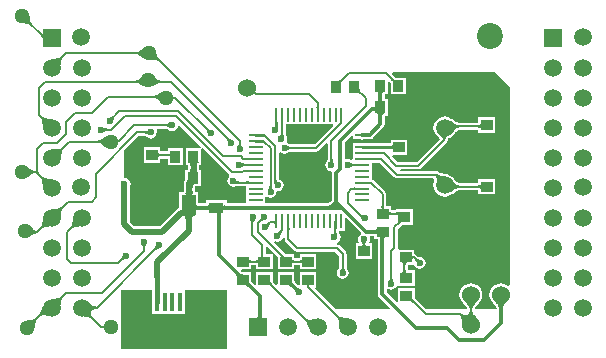
<source format=gtl>
G04*
G04 #@! TF.GenerationSoftware,Altium Limited,Altium Designer,19.0.15 (446)*
G04*
G04 Layer_Physical_Order=1*
G04 Layer_Color=255*
%FSLAX24Y24*%
%MOIN*%
G70*
G01*
G75*
%ADD10C,0.0100*%
%ADD13C,0.0118*%
%ADD15R,0.0354X0.0394*%
%ADD16R,0.0472X0.0098*%
%ADD17R,0.0098X0.0472*%
%ADD18R,0.0472X0.0098*%
%ADD19R,0.0098X0.0472*%
%ADD20R,0.0394X0.0354*%
%ADD21R,0.0512X0.0354*%
%ADD22R,0.0472X0.0709*%
%ADD23R,0.0591X0.0591*%
%ADD24R,0.0157X0.0630*%
%ADD42C,0.0080*%
%ADD43C,0.0197*%
%ADD44C,0.0091*%
%ADD45C,0.0157*%
%ADD46C,0.0512*%
%ADD47C,0.0866*%
%ADD48C,0.0600*%
%ADD49C,0.0591*%
%ADD50R,0.0591X0.0591*%
%ADD51O,0.0591X0.0669*%
%ADD52O,0.0512X0.0787*%
%ADD53C,0.0236*%
G36*
X1245Y11210D02*
X1249Y11143D01*
X1254Y11113D01*
X1259Y11086D01*
X1265Y11062D01*
X1273Y11040D01*
X1282Y11021D01*
X1293Y11005D01*
X1305Y10991D01*
X1248Y10934D01*
X1234Y10946D01*
X1218Y10957D01*
X1199Y10966D01*
X1177Y10974D01*
X1153Y10980D01*
X1126Y10985D01*
X1096Y10990D01*
X1029Y10994D01*
X992Y10994D01*
X1245Y11247D01*
X1245Y11210D01*
D02*
G37*
G36*
X1680Y10448D02*
X1679Y10459D01*
X1677Y10470D01*
X1674Y10481D01*
X1670Y10492D01*
X1665Y10503D01*
X1659Y10515D01*
X1651Y10526D01*
X1643Y10538D01*
X1633Y10549D01*
X1622Y10561D01*
Y10674D01*
X1633Y10663D01*
X1643Y10655D01*
X1651Y10650D01*
X1659Y10646D01*
X1665Y10645D01*
X1670Y10646D01*
X1674Y10650D01*
X1677Y10655D01*
X1679Y10663D01*
X1680Y10674D01*
Y10448D01*
D02*
G37*
G36*
X5024Y9821D02*
X4997Y9847D01*
X4946Y9892D01*
X4922Y9910D01*
X4900Y9925D01*
X4878Y9938D01*
X4857Y9947D01*
X4837Y9954D01*
X4818Y9959D01*
X4800Y9960D01*
Y10040D01*
X4818Y10041D01*
X4837Y10046D01*
X4857Y10053D01*
X4878Y10062D01*
X4900Y10075D01*
X4922Y10090D01*
X4946Y10108D01*
X4997Y10153D01*
X5024Y10179D01*
Y9821D01*
D02*
G37*
G36*
X5464Y10032D02*
X5532Y9853D01*
X5541Y9836D01*
X5550Y9823D01*
X5558Y9813D01*
X5520Y9738D01*
X5505Y9751D01*
X5488Y9762D01*
X5469Y9770D01*
X5448Y9776D01*
X5426Y9779D01*
X5401Y9779D01*
X5375Y9777D01*
X5347Y9773D01*
X5317Y9766D01*
X5286Y9757D01*
X5451Y10074D01*
X5464Y10032D01*
D02*
G37*
G36*
X2333Y9821D02*
X2320Y9806D01*
X2309Y9788D01*
X2299Y9766D01*
X2290Y9741D01*
X2283Y9712D01*
X2277Y9680D01*
X2273Y9645D01*
X2268Y9565D01*
X2268Y9520D01*
X1975Y9813D01*
X2020Y9813D01*
X2101Y9817D01*
X2136Y9822D01*
X2167Y9828D01*
X2196Y9835D01*
X2221Y9844D01*
X2243Y9854D01*
X2261Y9865D01*
X2276Y9878D01*
X2333Y9821D01*
D02*
G37*
G36*
X11685Y9096D02*
X11668Y9078D01*
X11642Y9048D01*
X11633Y9034D01*
X11626Y9022D01*
X11621Y9012D01*
X11619Y9002D01*
X11620Y8994D01*
X11623Y8988D01*
X11628Y8983D01*
X11495Y9076D01*
X11502Y9072D01*
X11510Y9070D01*
X11519Y9071D01*
X11529Y9073D01*
X11540Y9078D01*
X11552Y9085D01*
X11565Y9094D01*
X11578Y9104D01*
X11593Y9117D01*
X11608Y9132D01*
X11685Y9096D01*
D02*
G37*
G36*
X13372Y9145D02*
X13401Y9120D01*
X13414Y9111D01*
X13426Y9104D01*
X13437Y9100D01*
X13447Y9097D01*
X13455Y9097D01*
X13462Y9099D01*
X13469Y9104D01*
X13357Y8992D01*
X13361Y8998D01*
X13363Y9005D01*
X13363Y9013D01*
X13361Y9023D01*
X13356Y9034D01*
X13349Y9046D01*
X13340Y9059D01*
X13328Y9073D01*
X13299Y9105D01*
X13355Y9161D01*
X13372Y9145D01*
D02*
G37*
G36*
X5423Y9211D02*
X5442Y9186D01*
X5462Y9163D01*
X5481Y9144D01*
X5501Y9127D01*
X5520Y9114D01*
X5540Y9104D01*
X5559Y9096D01*
X5579Y9092D01*
X5598Y9090D01*
X5582Y9010D01*
X5567Y9009D01*
X5549Y9005D01*
X5530Y8999D01*
X5508Y8991D01*
X5484Y8980D01*
X5430Y8951D01*
X5368Y8912D01*
X5333Y8889D01*
X5189Y9030D01*
X5403Y9240D01*
X5423Y9211D01*
D02*
G37*
G36*
X5189Y9030D02*
X5045Y8889D01*
X5010Y8912D01*
X4948Y8951D01*
X4894Y8980D01*
X4870Y8991D01*
X4848Y8999D01*
X4829Y9005D01*
X4811Y9009D01*
X4796Y9010D01*
X4780Y9090D01*
X4799Y9092D01*
X4819Y9096D01*
X4838Y9104D01*
X4858Y9114D01*
X4877Y9127D01*
X4897Y9144D01*
X4916Y9163D01*
X4936Y9186D01*
X4955Y9211D01*
X4975Y9240D01*
X5189Y9030D01*
D02*
G37*
G36*
X17250Y8850D02*
Y2262D01*
X17200Y2237D01*
X17142Y2282D01*
X17049Y2320D01*
X16950Y2333D01*
X16851Y2320D01*
X16758Y2282D01*
X16679Y2221D01*
X16618Y2142D01*
X16580Y2049D01*
X16567Y1950D01*
X16580Y1851D01*
X16618Y1758D01*
X16679Y1679D01*
X16688Y1672D01*
X16733Y1624D01*
X16752Y1601D01*
X16769Y1577D01*
X16783Y1556D01*
X16793Y1536D01*
X16801Y1518D01*
X16803Y1510D01*
X16792Y1485D01*
X16772Y1460D01*
X16115D01*
X16105Y1468D01*
X16090Y1491D01*
X16083Y1510D01*
X16089Y1522D01*
X16101Y1543D01*
X16117Y1565D01*
X16136Y1590D01*
X16187Y1647D01*
X16211Y1671D01*
X16221Y1679D01*
X16282Y1758D01*
X16320Y1851D01*
X16333Y1950D01*
X16320Y2049D01*
X16282Y2142D01*
X16221Y2221D01*
X16142Y2282D01*
X16049Y2320D01*
X15950Y2333D01*
X15851Y2320D01*
X15758Y2282D01*
X15679Y2221D01*
X15618Y2142D01*
X15580Y2049D01*
X15567Y1950D01*
X15580Y1851D01*
X15618Y1758D01*
X15679Y1679D01*
X15689Y1671D01*
X15713Y1647D01*
X15764Y1590D01*
X15783Y1565D01*
X15799Y1543D01*
X15811Y1522D01*
X15817Y1510D01*
X15811Y1491D01*
X15795Y1468D01*
X15785Y1460D01*
X14461D01*
X14097Y1825D01*
X14086Y1836D01*
X14078Y1846D01*
X14077Y1848D01*
Y2167D01*
X13523D01*
Y1715D01*
X13473Y1694D01*
X13136Y2032D01*
Y2124D01*
X13186Y2151D01*
X13214Y2132D01*
X13291Y2117D01*
X13368Y2132D01*
X13434Y2176D01*
X13477Y2241D01*
X13478Y2242D01*
X13523Y2253D01*
Y2253D01*
X14077D01*
Y2767D01*
X13851D01*
Y2939D01*
X14048D01*
X14048Y2939D01*
X14050Y2934D01*
X14051Y2930D01*
X14072Y2899D01*
X14072Y2899D01*
X14073Y2897D01*
X14095Y2864D01*
X14160Y2821D01*
X14237Y2805D01*
X14315Y2821D01*
X14380Y2864D01*
X14424Y2930D01*
X14439Y3007D01*
X14424Y3085D01*
X14380Y3150D01*
X14315Y3194D01*
X14237Y3209D01*
X14225Y3207D01*
X14223Y3207D01*
X14218Y3207D01*
X14214Y3208D01*
X14210Y3209D01*
X14207Y3210D01*
X14203Y3211D01*
X14200Y3213D01*
X14198Y3214D01*
X14130Y3282D01*
X14090Y3309D01*
X14048Y3317D01*
Y3453D01*
X13564D01*
X13522Y3500D01*
Y4152D01*
X13606Y4236D01*
X13635Y4261D01*
X13647Y4270D01*
X13653Y4275D01*
X14006D01*
Y4789D01*
X13534D01*
X13532Y4789D01*
X13531Y4789D01*
X13452D01*
Y4774D01*
X13284D01*
Y4909D01*
X13130D01*
Y5293D01*
X13120Y5339D01*
X13094Y5379D01*
X12713Y5760D01*
X12673Y5786D01*
X12638Y5793D01*
Y5947D01*
X12638D01*
Y6348D01*
X12915D01*
X13397Y5866D01*
X13437Y5839D01*
X13484Y5830D01*
X14695D01*
X14730Y5781D01*
X14730Y5773D01*
X14727Y5748D01*
X14722Y5720D01*
X14717Y5700D01*
X14713Y5690D01*
X14700Y5592D01*
X14713Y5494D01*
X14751Y5403D01*
X14811Y5325D01*
X14889Y5265D01*
X14981Y5227D01*
X15078Y5214D01*
X15176Y5227D01*
X15268Y5265D01*
X15300Y5289D01*
X15306Y5292D01*
X15344Y5320D01*
X15411Y5367D01*
X15467Y5401D01*
X15490Y5412D01*
X15509Y5420D01*
X15524Y5425D01*
X15534Y5428D01*
X16199D01*
Y5293D01*
X16753D01*
Y5807D01*
X16199D01*
Y5672D01*
X15545D01*
X15543Y5672D01*
X15533Y5675D01*
X15520Y5680D01*
X15506Y5688D01*
X15489Y5699D01*
X15470Y5715D01*
X15451Y5733D01*
X15405Y5785D01*
X15382Y5816D01*
X15376Y5821D01*
X15346Y5860D01*
X15268Y5920D01*
X15176Y5958D01*
X15130Y5964D01*
X15124Y5966D01*
X15122Y5966D01*
X15119Y5967D01*
X15079Y5972D01*
X15044Y5977D01*
X14981Y5991D01*
X14956Y5998D01*
X14934Y6006D01*
X14915Y6015D01*
X14900Y6023D01*
X14889Y6031D01*
X14888Y6032D01*
X14881Y6039D01*
X14877Y6041D01*
X14877Y6042D01*
X14876Y6042D01*
X14842Y6065D01*
X14795Y6074D01*
X13578D01*
X13576Y6078D01*
X13603Y6128D01*
X14200D01*
X14247Y6137D01*
X14286Y6164D01*
X15139Y7016D01*
X15166Y7056D01*
X15175Y7103D01*
Y7114D01*
X15176Y7121D01*
X15178Y7128D01*
X15181Y7133D01*
X15184Y7138D01*
X15188Y7143D01*
X15193Y7149D01*
X15201Y7154D01*
X15210Y7160D01*
X15226Y7167D01*
X15231Y7171D01*
X15268Y7186D01*
X15346Y7246D01*
X15380Y7290D01*
X15385Y7295D01*
X15409Y7327D01*
X15431Y7354D01*
X15452Y7377D01*
X15471Y7396D01*
X15490Y7411D01*
X15506Y7423D01*
X15521Y7431D01*
X15533Y7436D01*
X15543Y7438D01*
X15545Y7438D01*
X16196D01*
Y7343D01*
X16750D01*
Y7857D01*
X16196D01*
Y7683D01*
X15533D01*
X15523Y7685D01*
X15508Y7690D01*
X15488Y7699D01*
X15467Y7709D01*
X15339Y7790D01*
X15301Y7817D01*
X15301Y7817D01*
X15301Y7817D01*
X15295Y7820D01*
X15268Y7841D01*
X15176Y7879D01*
X15078Y7892D01*
X14981Y7879D01*
X14889Y7841D01*
X14811Y7781D01*
X14751Y7703D01*
X14713Y7612D01*
X14700Y7514D01*
X14713Y7416D01*
X14751Y7324D01*
X14811Y7246D01*
X14872Y7199D01*
X14873Y7198D01*
X14879Y7193D01*
X14889Y7186D01*
X14891Y7185D01*
X14893Y7183D01*
X14910Y7133D01*
X14149Y6372D01*
X13518D01*
X13334Y6556D01*
X13354Y6602D01*
X13823D01*
Y7116D01*
X13269D01*
Y6996D01*
X12322D01*
X12305Y6993D01*
X12006D01*
Y6734D01*
Y6474D01*
X11956Y6448D01*
X11927Y6467D01*
X11850Y6482D01*
X11785Y6469D01*
X11735Y6497D01*
Y7026D01*
X11959Y7251D01*
X12006Y7232D01*
Y7129D01*
X12265D01*
X12267Y7127D01*
X12322Y7116D01*
X12371Y7126D01*
X12577D01*
X12591Y7129D01*
X12638D01*
Y7141D01*
X12678Y7167D01*
X13032Y7521D01*
X13062Y7567D01*
X13073Y7622D01*
Y7899D01*
X13074Y7906D01*
X13074Y7911D01*
X13188D01*
Y8464D01*
X13074D01*
X13074Y8469D01*
X13073Y8476D01*
Y8621D01*
X13074Y8628D01*
X13074Y8632D01*
X13188D01*
Y9033D01*
X13235Y9053D01*
X13255Y9032D01*
X13267Y9020D01*
X13274Y9010D01*
Y8632D01*
X13788D01*
Y9186D01*
X13450D01*
X13431Y9202D01*
X13316Y9317D01*
X13335Y9364D01*
X16736D01*
X17250Y8850D01*
D02*
G37*
G36*
X12234Y8810D02*
X12232Y8803D01*
X12233Y8794D01*
X12235Y8784D01*
X12240Y8773D01*
X12247Y8761D01*
X12256Y8748D01*
X12267Y8735D01*
X12295Y8704D01*
X12258Y8628D01*
X12241Y8645D01*
X12210Y8671D01*
X12197Y8680D01*
X12185Y8687D01*
X12174Y8692D01*
X12165Y8694D01*
X12157Y8694D01*
X12150Y8691D01*
X12145Y8686D01*
X12237Y8817D01*
X12234Y8810D01*
D02*
G37*
G36*
X8783Y8723D02*
X8784Y8721D01*
X8786Y8718D01*
X8788Y8714D01*
X8792Y8710D01*
X8801Y8699D01*
X8821Y8678D01*
X8765Y8622D01*
X8760Y8626D01*
X8749Y8636D01*
X8746Y8638D01*
X8743Y8639D01*
X8741Y8640D01*
X8739Y8640D01*
X8737Y8640D01*
X8736Y8639D01*
X8783Y8725D01*
X8783Y8723D01*
D02*
G37*
G36*
X13038Y8712D02*
X13028Y8709D01*
X13019Y8703D01*
X13012Y8695D01*
X13005Y8684D01*
X13000Y8671D01*
X12996Y8656D01*
X12993Y8638D01*
X12991Y8618D01*
X12990Y8595D01*
X12872D01*
X12872Y8618D01*
X12870Y8638D01*
X12867Y8656D01*
X12863Y8671D01*
X12858Y8684D01*
X12851Y8695D01*
X12843Y8703D01*
X12835Y8709D01*
X12824Y8712D01*
X12813Y8713D01*
X13049D01*
X13038Y8712D01*
D02*
G37*
G36*
X12991Y8479D02*
X12993Y8458D01*
X12996Y8441D01*
X13000Y8425D01*
X13005Y8412D01*
X13012Y8401D01*
X13019Y8393D01*
X13028Y8387D01*
X13038Y8383D01*
X13049Y8382D01*
X12813D01*
X12824Y8383D01*
X12835Y8387D01*
X12843Y8393D01*
X12851Y8401D01*
X12858Y8412D01*
X12863Y8425D01*
X12867Y8441D01*
X12870Y8458D01*
X12872Y8479D01*
X12872Y8501D01*
X12990D01*
X12991Y8479D01*
D02*
G37*
G36*
X5600Y8360D02*
X5577Y8388D01*
X5532Y8435D01*
X5511Y8454D01*
X5490Y8470D01*
X5469Y8483D01*
X5449Y8493D01*
X5429Y8500D01*
X5410Y8505D01*
X5391Y8506D01*
X5399Y8586D01*
X5416Y8587D01*
X5434Y8591D01*
X5454Y8598D01*
X5476Y8607D01*
X5498Y8619D01*
X5523Y8633D01*
X5577Y8670D01*
X5606Y8692D01*
X5636Y8717D01*
X5600Y8360D01*
D02*
G37*
G36*
X10885Y8246D02*
X10889Y8189D01*
X10890Y8185D01*
X10892Y8182D01*
X10893Y8181D01*
X10797D01*
X10799Y8182D01*
X10800Y8185D01*
X10801Y8189D01*
X10802Y8194D01*
X10803Y8201D01*
X10804Y8221D01*
X10805Y8261D01*
X10885D01*
X10885Y8246D01*
D02*
G37*
G36*
X12757Y8052D02*
X12756Y8060D01*
X12753Y8066D01*
X12748Y8072D01*
X12741Y8077D01*
X12732Y8081D01*
X12721Y8085D01*
X12708Y8087D01*
X12693Y8089D01*
X12677Y8091D01*
X12658Y8091D01*
Y8209D01*
X12677Y8209D01*
X12708Y8213D01*
X12721Y8215D01*
X12732Y8219D01*
X12741Y8223D01*
X12748Y8228D01*
X12753Y8234D01*
X12756Y8240D01*
X12757Y8248D01*
Y8052D01*
D02*
G37*
G36*
X13038Y7991D02*
X13028Y7987D01*
X13019Y7981D01*
X13012Y7973D01*
X13005Y7962D01*
X13000Y7949D01*
X12996Y7934D01*
X12993Y7916D01*
X12991Y7896D01*
X12990Y7874D01*
X12872D01*
X12872Y7896D01*
X12870Y7916D01*
X12867Y7934D01*
X12863Y7949D01*
X12858Y7962D01*
X12851Y7973D01*
X12843Y7981D01*
X12835Y7987D01*
X12824Y7991D01*
X12813Y7992D01*
X13049D01*
X13038Y7991D01*
D02*
G37*
G36*
X4070Y7850D02*
X4063Y7842D01*
X4056Y7834D01*
X4050Y7825D01*
X4045Y7816D01*
X4041Y7806D01*
X4037Y7796D01*
X4035Y7785D01*
X4033Y7774D01*
X4032Y7763D01*
X4031Y7751D01*
X3915Y7868D01*
X3926Y7868D01*
X3938Y7869D01*
X3949Y7871D01*
X3959Y7874D01*
X3969Y7878D01*
X3979Y7882D01*
X3988Y7887D01*
X3997Y7893D01*
X4006Y7899D01*
X4014Y7907D01*
X4070Y7850D01*
D02*
G37*
G36*
X11667Y7712D02*
X11667Y7711D01*
X11666Y7709D01*
X11665Y7705D01*
X11665Y7701D01*
X11664Y7690D01*
X11664Y7667D01*
X11584D01*
X11585Y7711D01*
X11668Y7713D01*
X11667Y7712D01*
D02*
G37*
G36*
X9709Y7711D02*
X9706Y7708D01*
X9703Y7704D01*
X9701Y7699D01*
X9699Y7691D01*
X9698Y7683D01*
X9697Y7672D01*
X9695Y7647D01*
X9695Y7631D01*
X9615D01*
X9616Y7711D01*
X9712D01*
X9709Y7711D01*
D02*
G37*
G36*
X10913Y7630D02*
X11110D01*
Y7630D01*
X11349D01*
X11368Y7584D01*
X10746Y6962D01*
X9915D01*
X9911Y6963D01*
X9908Y6964D01*
X9904Y6965D01*
X9901Y6967D01*
X9897Y6969D01*
X9893Y6972D01*
X9890Y6974D01*
X9885Y6983D01*
X9819Y7027D01*
X9817Y7078D01*
X9831Y7150D01*
X9816Y7227D01*
X9800Y7251D01*
X9798Y7257D01*
X9792Y7266D01*
X9789Y7272D01*
X9786Y7279D01*
X9783Y7285D01*
X9781Y7291D01*
X9779Y7297D01*
X9778Y7302D01*
X9777Y7308D01*
Y7630D01*
X9990D01*
Y7630D01*
X10322D01*
Y7630D01*
X10581D01*
Y7630D01*
X10778D01*
Y7630D01*
X10913D01*
Y7630D01*
D02*
G37*
G36*
X16278Y7481D02*
X16277Y7488D01*
X16274Y7495D01*
X16271Y7500D01*
Y7481D01*
X16270Y7488D01*
X16268Y7495D01*
X16264Y7501D01*
X16258Y7506D01*
X16251Y7511D01*
X16242Y7514D01*
X16232Y7517D01*
X16220Y7519D01*
X16206Y7520D01*
X16191Y7521D01*
Y7601D01*
X16206Y7601D01*
X16220Y7602D01*
X16232Y7604D01*
X16242Y7607D01*
X16251Y7611D01*
X16258Y7615D01*
X16264Y7620D01*
X16268Y7626D01*
X16270Y7633D01*
X16271Y7641D01*
Y7621D01*
X16274Y7626D01*
X16277Y7633D01*
X16278Y7641D01*
Y7481D01*
D02*
G37*
G36*
X1684Y7865D02*
X1702Y7854D01*
X1724Y7844D01*
X1749Y7835D01*
X1778Y7828D01*
X1809Y7822D01*
X1844Y7817D01*
X1924Y7813D01*
X1969Y7813D01*
X1677Y7520D01*
X1677Y7565D01*
X1672Y7645D01*
X1668Y7680D01*
X1662Y7712D01*
X1655Y7741D01*
X1646Y7766D01*
X1636Y7788D01*
X1625Y7806D01*
X1612Y7821D01*
X1669Y7878D01*
X1684Y7865D01*
D02*
G37*
G36*
X5898Y7517D02*
X5889Y7525D01*
X5881Y7533D01*
X5871Y7539D01*
X5862Y7545D01*
X5853Y7549D01*
X5843Y7553D01*
X5832Y7556D01*
X5822Y7558D01*
X5811Y7560D01*
X5800Y7560D01*
Y7640D01*
X5811Y7640D01*
X5822Y7642D01*
X5832Y7644D01*
X5843Y7647D01*
X5853Y7651D01*
X5862Y7655D01*
X5871Y7661D01*
X5881Y7667D01*
X5889Y7675D01*
X5898Y7683D01*
Y7517D01*
D02*
G37*
G36*
X9514Y7711D02*
X9512Y7708D01*
X9511Y7704D01*
X9510Y7699D01*
X9509Y7691D01*
X9508Y7672D01*
X9507Y7631D01*
X9464D01*
X9507Y7624D01*
X9507Y7606D01*
X9512Y7531D01*
X9514Y7519D01*
X9519Y7497D01*
X9522Y7488D01*
X9378Y7564D01*
X9388Y7567D01*
X9396Y7571D01*
X9403Y7576D01*
X9410Y7582D01*
X9415Y7589D01*
X9419Y7597D01*
X9423Y7606D01*
X9425Y7615D01*
X9427Y7626D01*
X9427Y7637D01*
X9427Y7647D01*
X9423Y7704D01*
X9422Y7708D01*
X9421Y7711D01*
X9419Y7711D01*
X9515D01*
X9514Y7711D01*
D02*
G37*
G36*
X6967Y6873D02*
X6942Y6827D01*
X6443D01*
Y6356D01*
X6443Y6354D01*
X6443Y6353D01*
Y6273D01*
X6510D01*
X6514Y6261D01*
X6518Y6245D01*
X6522Y6201D01*
Y6179D01*
X6521Y6163D01*
X6517Y6141D01*
X6513Y6124D01*
X6508Y6113D01*
X6506Y6109D01*
X6500Y6108D01*
X6424D01*
Y5778D01*
X6397Y5738D01*
X6384Y5668D01*
Y5447D01*
X6382Y5431D01*
X6378Y5409D01*
X6374Y5392D01*
X6369Y5380D01*
X6367Y5377D01*
X6225D01*
Y4856D01*
X6216Y4854D01*
X6157Y4815D01*
X5574Y4232D01*
X4721D01*
X4582Y4371D01*
Y5555D01*
X4587Y5562D01*
X4602Y5639D01*
X4587Y5717D01*
X4543Y5782D01*
X4477Y5826D01*
X4400Y5841D01*
Y6773D01*
X4859Y7232D01*
X5108D01*
X5112Y7232D01*
X5116Y7231D01*
X5119Y7229D01*
X5123Y7227D01*
X5126Y7225D01*
X5130Y7222D01*
X5133Y7220D01*
X5139Y7212D01*
X5204Y7168D01*
X5281Y7153D01*
X5359Y7168D01*
X5424Y7212D01*
X5468Y7277D01*
X5483Y7355D01*
X5469Y7428D01*
X5470Y7440D01*
X5490Y7478D01*
X5809D01*
X5813Y7477D01*
X5816Y7476D01*
X5820Y7475D01*
X5823Y7473D01*
X5827Y7471D01*
X5831Y7468D01*
X5834Y7466D01*
X5839Y7457D01*
X5905Y7413D01*
X5982Y7398D01*
X6059Y7413D01*
X6125Y7457D01*
X6169Y7523D01*
X6182Y7587D01*
X6229Y7610D01*
X6967Y6873D01*
D02*
G37*
G36*
X3719Y7525D02*
X3728Y7517D01*
X3737Y7511D01*
X3746Y7505D01*
X3756Y7501D01*
X3766Y7497D01*
X3776Y7494D01*
X3786Y7492D01*
X3797Y7490D01*
X3808Y7490D01*
Y7410D01*
X3797Y7410D01*
X3786Y7408D01*
X3776Y7406D01*
X3766Y7403D01*
X3756Y7399D01*
X3746Y7395D01*
X3737Y7389D01*
X3728Y7383D01*
X3719Y7375D01*
X3711Y7367D01*
Y7533D01*
X3719Y7525D01*
D02*
G37*
G36*
X15293Y7723D02*
X15427Y7638D01*
X15454Y7625D01*
X15479Y7614D01*
X15501Y7607D01*
X15521Y7602D01*
X15538Y7601D01*
X15551Y7521D01*
X15529Y7519D01*
X15508Y7514D01*
X15486Y7505D01*
X15463Y7492D01*
X15440Y7476D01*
X15417Y7457D01*
X15393Y7434D01*
X15369Y7407D01*
X15344Y7377D01*
X15320Y7343D01*
X15254Y7751D01*
X15293Y7723D01*
D02*
G37*
G36*
X7189Y7469D02*
X7197Y7463D01*
X7206Y7457D01*
X7215Y7452D01*
X7225Y7449D01*
X7235Y7446D01*
X7245Y7444D01*
X7256Y7443D01*
X7267Y7443D01*
X7278Y7445D01*
X7177Y7314D01*
X7175Y7326D01*
X7173Y7337D01*
X7170Y7348D01*
X7166Y7359D01*
X7162Y7369D01*
X7157Y7378D01*
X7152Y7388D01*
X7146Y7397D01*
X7139Y7405D01*
X7131Y7413D01*
X7180Y7477D01*
X7189Y7469D01*
D02*
G37*
G36*
X5197Y7272D02*
X5189Y7280D01*
X5180Y7287D01*
X5171Y7294D01*
X5161Y7299D01*
X5152Y7304D01*
X5142Y7308D01*
X5132Y7311D01*
X5121Y7313D01*
X5110Y7314D01*
X5099Y7315D01*
Y7395D01*
X5110Y7395D01*
X5121Y7396D01*
X5132Y7398D01*
X5142Y7401D01*
X5152Y7405D01*
X5161Y7410D01*
X5171Y7415D01*
X5180Y7422D01*
X5189Y7429D01*
X5197Y7437D01*
Y7272D01*
D02*
G37*
G36*
X9695Y7319D02*
X9695Y7308D01*
X9696Y7298D01*
X9698Y7287D01*
X9700Y7277D01*
X9703Y7266D01*
X9707Y7256D01*
X9711Y7245D01*
X9716Y7235D01*
X9722Y7225D01*
X9728Y7214D01*
X9567Y7250D01*
X9576Y7257D01*
X9584Y7263D01*
X9591Y7271D01*
X9598Y7279D01*
X9603Y7287D01*
X9607Y7296D01*
X9611Y7306D01*
X9613Y7316D01*
X9614Y7327D01*
X9615Y7338D01*
X9695Y7319D01*
D02*
G37*
G36*
X9014Y7302D02*
X9017Y7300D01*
X9021Y7297D01*
X9026Y7295D01*
X9033Y7293D01*
X9042Y7291D01*
X9053Y7290D01*
X9078Y7289D01*
X9093Y7289D01*
Y7209D01*
X9013Y7210D01*
Y7306D01*
X9014Y7302D01*
D02*
G37*
G36*
X15191Y7241D02*
X15173Y7232D01*
X15156Y7222D01*
X15141Y7211D01*
X15128Y7199D01*
X15117Y7186D01*
X15108Y7171D01*
X15102Y7156D01*
X15097Y7139D01*
X15094Y7122D01*
X15093Y7103D01*
X15013D01*
X15012Y7123D01*
X15009Y7142D01*
X15004Y7160D01*
X14998Y7178D01*
X14989Y7195D01*
X14979Y7210D01*
X14967Y7225D01*
X14953Y7239D01*
X14937Y7252D01*
X14920Y7265D01*
X15191Y7241D01*
D02*
G37*
G36*
X7890Y7160D02*
X7899Y7153D01*
X7907Y7147D01*
X7916Y7141D01*
X7926Y7135D01*
X7935Y7130D01*
X7946Y7126D01*
X7968Y7118D01*
X7979Y7114D01*
X7836Y7032D01*
X7839Y7042D01*
X7840Y7053D01*
X7840Y7063D01*
X7839Y7073D01*
X7837Y7082D01*
X7834Y7092D01*
X7830Y7101D01*
X7824Y7110D01*
X7818Y7118D01*
X7810Y7127D01*
X7883Y7167D01*
X7890Y7160D01*
D02*
G37*
G36*
X9013Y7102D02*
X9014Y7100D01*
X9017Y7098D01*
X9021Y7096D01*
X9026Y7095D01*
X9032Y7094D01*
X9039Y7093D01*
X9056Y7092D01*
X9067Y7091D01*
Y7011D01*
X9013Y7013D01*
X9012Y7105D01*
X9013Y7102D01*
D02*
G37*
G36*
X8290Y6971D02*
X8292Y6960D01*
X8294Y6950D01*
X8297Y6940D01*
X8301Y6930D01*
X8305Y6920D01*
X8311Y6911D01*
X8317Y6902D01*
X8325Y6893D01*
X8333Y6884D01*
X8167D01*
X8175Y6893D01*
X8183Y6902D01*
X8189Y6911D01*
X8195Y6920D01*
X8199Y6930D01*
X8203Y6940D01*
X8206Y6950D01*
X8208Y6960D01*
X8210Y6971D01*
X8210Y6982D01*
X8290D01*
X8290Y6971D01*
D02*
G37*
G36*
X3756Y6871D02*
X3729Y6897D01*
X3679Y6942D01*
X3655Y6960D01*
X3632Y6975D01*
X3610Y6988D01*
X3589Y6997D01*
X3570Y7004D01*
X3551Y7009D01*
X3533Y7010D01*
Y7090D01*
X3551Y7091D01*
X3570Y7096D01*
X3589Y7103D01*
X3610Y7112D01*
X3632Y7125D01*
X3655Y7140D01*
X3679Y7158D01*
X3729Y7203D01*
X3756Y7229D01*
Y6871D01*
D02*
G37*
G36*
X2354Y6789D02*
X2342Y6776D01*
X2331Y6758D01*
X2321Y6737D01*
X2311Y6712D01*
X2302Y6683D01*
X2286Y6614D01*
X2279Y6574D01*
X2266Y6483D01*
X2013Y6810D01*
X2055Y6805D01*
X2131Y6801D01*
X2164Y6802D01*
X2195Y6806D01*
X2223Y6811D01*
X2247Y6819D01*
X2269Y6828D01*
X2288Y6840D01*
X2305Y6853D01*
X2354Y6789D01*
D02*
G37*
G36*
X13351Y6764D02*
X13350Y6773D01*
X13347Y6782D01*
X13342Y6789D01*
X13335Y6796D01*
X13326Y6801D01*
X13315Y6806D01*
X13302Y6809D01*
X13287Y6812D01*
X13270Y6813D01*
X13250Y6814D01*
Y6914D01*
X13270Y6914D01*
X13287Y6916D01*
X13302Y6918D01*
X13315Y6922D01*
X13326Y6926D01*
X13335Y6932D01*
X13342Y6938D01*
X13347Y6946D01*
X13350Y6954D01*
X13351Y6964D01*
Y6764D01*
D02*
G37*
G36*
X9835Y6915D02*
X9844Y6907D01*
X9853Y6901D01*
X9862Y6895D01*
X9872Y6891D01*
X9882Y6887D01*
X9892Y6884D01*
X9902Y6882D01*
X9913Y6880D01*
X9924Y6880D01*
Y6800D01*
X9913Y6800D01*
X9902Y6798D01*
X9892Y6796D01*
X9882Y6793D01*
X9872Y6789D01*
X9862Y6785D01*
X9853Y6779D01*
X9844Y6773D01*
X9835Y6765D01*
X9826Y6757D01*
Y6923D01*
X9835Y6915D01*
D02*
G37*
G36*
X11178Y6983D02*
Y6446D01*
X11177Y6443D01*
X11176Y6439D01*
X11175Y6436D01*
X11173Y6432D01*
X11171Y6428D01*
X11168Y6425D01*
X11166Y6422D01*
X11157Y6416D01*
X11113Y6351D01*
X11098Y6273D01*
X11113Y6196D01*
X11157Y6131D01*
X11223Y6087D01*
X11287Y6074D01*
X11301Y6069D01*
X11324Y6025D01*
X11320Y6005D01*
Y5115D01*
X11240Y5035D01*
X11240Y5035D01*
X11229Y5023D01*
X11224Y5019D01*
X11214Y5013D01*
X11203Y5007D01*
X11191Y5002D01*
X11178Y4998D01*
X11164Y4995D01*
X11149Y4993D01*
X11138Y4992D01*
X9094D01*
Y5197D01*
X9144Y5220D01*
X9192Y5188D01*
X9270Y5173D01*
X9347Y5188D01*
X9412Y5232D01*
X9456Y5297D01*
X9468Y5355D01*
X9509Y5398D01*
X9586Y5413D01*
X9652Y5457D01*
X9696Y5523D01*
X9711Y5600D01*
X9696Y5677D01*
X9652Y5743D01*
X9586Y5787D01*
X9552Y5793D01*
Y6678D01*
X9587Y6692D01*
X9602Y6696D01*
X9665Y6654D01*
X9742Y6638D01*
X9819Y6654D01*
X9885Y6697D01*
X9890Y6706D01*
X9893Y6708D01*
X9897Y6711D01*
X9901Y6713D01*
X9904Y6715D01*
X9908Y6716D01*
X9911Y6717D01*
X9915Y6718D01*
X10797D01*
X10844Y6727D01*
X10883Y6754D01*
X11132Y7002D01*
X11178Y6983D01*
D02*
G37*
G36*
X12557Y6713D02*
X12560Y6712D01*
X12564Y6711D01*
X12569Y6710D01*
X12577Y6709D01*
X12596Y6708D01*
X12637Y6707D01*
Y6627D01*
X12621Y6627D01*
X12564Y6623D01*
X12560Y6622D01*
X12557Y6621D01*
X12557Y6619D01*
Y6715D01*
X12557Y6713D01*
D02*
G37*
G36*
Y6517D02*
X12560Y6515D01*
X12564Y6514D01*
X12569Y6513D01*
X12577Y6512D01*
X12596Y6511D01*
X12637Y6510D01*
Y6430D01*
X12621Y6430D01*
X12564Y6426D01*
X12560Y6425D01*
X12557Y6424D01*
X12557Y6422D01*
Y6518D01*
X12557Y6517D01*
D02*
G37*
G36*
X8543Y6422D02*
X8543Y6423D01*
X8540Y6425D01*
X8536Y6426D01*
X8531Y6427D01*
X8523Y6428D01*
X8504Y6429D01*
X8463Y6430D01*
Y6510D01*
X8479Y6510D01*
X8536Y6514D01*
X8540Y6515D01*
X8543Y6516D01*
X8543Y6518D01*
Y6422D01*
D02*
G37*
G36*
X11340Y6444D02*
X11342Y6434D01*
X11344Y6423D01*
X11347Y6413D01*
X11351Y6403D01*
X11355Y6393D01*
X11361Y6384D01*
X11367Y6375D01*
X11375Y6366D01*
X11383Y6358D01*
X11217D01*
X11225Y6366D01*
X11233Y6375D01*
X11239Y6384D01*
X11245Y6393D01*
X11249Y6403D01*
X11253Y6413D01*
X11256Y6423D01*
X11258Y6434D01*
X11260Y6444D01*
X11260Y6455D01*
X11340D01*
X11340Y6444D01*
D02*
G37*
G36*
X8543Y6225D02*
X8543Y6227D01*
X8540Y6229D01*
X8536Y6231D01*
X8531Y6233D01*
X8523Y6234D01*
X8515Y6235D01*
X8492Y6236D01*
X8463Y6237D01*
Y6317D01*
X8479Y6317D01*
X8543Y6320D01*
X8543Y6321D01*
Y6225D01*
D02*
G37*
G36*
X11947Y6349D02*
X11955Y6342D01*
X11964Y6335D01*
X11973Y6329D01*
X11982Y6324D01*
X11992Y6320D01*
X12002Y6317D01*
X12012Y6315D01*
X12023Y6314D01*
X12026Y6314D01*
X12079Y6317D01*
X12083Y6318D01*
X12086Y6320D01*
X12087Y6321D01*
Y6225D01*
X12086Y6227D01*
X12083Y6228D01*
X12079Y6229D01*
X12074Y6230D01*
X12067Y6231D01*
X12047Y6233D01*
X12022Y6233D01*
X12018Y6233D01*
X12008Y6232D01*
X11997Y6230D01*
X11987Y6227D01*
X11977Y6223D01*
X11967Y6219D01*
X11957Y6213D01*
X11948Y6207D01*
X11939Y6200D01*
X11930Y6193D01*
X11939Y6358D01*
X11947Y6349D01*
D02*
G37*
G36*
X8315Y6352D02*
X8323Y6345D01*
X8332Y6338D01*
X8342Y6332D01*
X8351Y6328D01*
X8361Y6324D01*
X8371Y6321D01*
X8381Y6318D01*
X8392Y6317D01*
X8403Y6317D01*
X8401Y6237D01*
X8390Y6236D01*
X8379Y6235D01*
X8369Y6233D01*
X8358Y6230D01*
X8348Y6226D01*
X8339Y6222D01*
X8329Y6216D01*
X8320Y6210D01*
X8311Y6203D01*
X8302Y6195D01*
X8307Y6360D01*
X8315Y6352D01*
D02*
G37*
G36*
X8543Y6028D02*
X8543Y6030D01*
X8540Y6031D01*
X8536Y6032D01*
X8531Y6033D01*
X8523Y6034D01*
X8504Y6036D01*
X8463Y6036D01*
Y6116D01*
X8479Y6116D01*
X8536Y6120D01*
X8540Y6121D01*
X8543Y6123D01*
X8543Y6124D01*
Y6028D01*
D02*
G37*
G36*
X6862Y6352D02*
X6850Y6346D01*
X6839Y6337D01*
X6829Y6323D01*
X6821Y6305D01*
X6814Y6283D01*
X6809Y6258D01*
X6806Y6228D01*
X6803Y6195D01*
X6803Y6186D01*
X6808Y6123D01*
X6811Y6098D01*
X6816Y6076D01*
X6822Y6058D01*
X6829Y6045D01*
X6837Y6035D01*
X6847Y6029D01*
X6857Y6027D01*
X6507D01*
X6526Y6029D01*
X6543Y6035D01*
X6558Y6045D01*
X6570Y6058D01*
X6581Y6076D01*
X6590Y6098D01*
X6597Y6123D01*
X6602Y6153D01*
X6605Y6186D01*
X6605Y6194D01*
X6605Y6195D01*
X6598Y6258D01*
X6593Y6283D01*
X6585Y6305D01*
X6576Y6323D01*
X6566Y6337D01*
X6553Y6346D01*
X6540Y6352D01*
X6524Y6354D01*
X6876D01*
X6862Y6352D01*
D02*
G37*
G36*
X1541Y6071D02*
X1542Y6055D01*
X1545Y6040D01*
X1549Y6026D01*
X1554Y6012D01*
X1560Y5999D01*
X1568Y5986D01*
X1576Y5973D01*
X1586Y5961D01*
X1597Y5950D01*
X1472Y5961D01*
X1500Y5990D01*
X1540Y6086D01*
X1541Y6071D01*
D02*
G37*
G36*
X1197Y6190D02*
X1248Y6146D01*
X1272Y6128D01*
X1295Y6113D01*
X1317Y6101D01*
X1338Y6091D01*
X1358Y6084D01*
X1377Y6080D01*
X1395Y6078D01*
X1396Y5998D01*
X1378Y5997D01*
X1359Y5993D01*
X1339Y5986D01*
X1318Y5976D01*
X1296Y5963D01*
X1274Y5948D01*
X1250Y5930D01*
X1200Y5885D01*
X1174Y5858D01*
X1169Y6217D01*
X1197Y6190D01*
D02*
G37*
G36*
X14839Y5967D02*
X14857Y5954D01*
X14879Y5942D01*
X14903Y5931D01*
X14930Y5921D01*
X14961Y5912D01*
X15029Y5897D01*
X15068Y5891D01*
X15110Y5886D01*
X14793Y5668D01*
X14802Y5703D01*
X14807Y5736D01*
X14811Y5767D01*
X14812Y5796D01*
X14811Y5823D01*
X14807Y5847D01*
X14800Y5869D01*
X14791Y5890D01*
X14780Y5908D01*
X14766Y5924D01*
X14823Y5980D01*
X14839Y5967D01*
D02*
G37*
G36*
X8543Y5635D02*
X8543Y5636D01*
X8540Y5637D01*
X8536Y5639D01*
X8531Y5640D01*
X8523Y5641D01*
X8504Y5642D01*
X8463Y5643D01*
Y5723D01*
X8479Y5723D01*
X8536Y5727D01*
X8540Y5728D01*
X8543Y5729D01*
X8543Y5731D01*
Y5635D01*
D02*
G37*
G36*
X12557Y5727D02*
X12559Y5724D01*
X12563Y5722D01*
X12568Y5720D01*
X12574Y5718D01*
X12582Y5716D01*
X12591Y5715D01*
X12613Y5714D01*
X12627Y5713D01*
Y5633D01*
X12557Y5635D01*
Y5731D01*
X12557Y5727D01*
D02*
G37*
G36*
X8140Y5762D02*
X8144Y5754D01*
X8149Y5746D01*
X8155Y5740D01*
X8162Y5735D01*
X8170Y5730D01*
X8178Y5727D01*
X8188Y5725D01*
X8199Y5723D01*
X8210Y5723D01*
X8197Y5643D01*
X8179Y5642D01*
X8103Y5637D01*
X8091Y5636D01*
X8070Y5631D01*
X8061Y5628D01*
X8137Y5771D01*
X8140Y5762D01*
D02*
G37*
G36*
X9470Y5770D02*
X9471Y5760D01*
X9474Y5750D01*
X9477Y5742D01*
X9481Y5735D01*
X9485Y5729D01*
X9491Y5724D01*
X9498Y5721D01*
X9505Y5719D01*
X9513Y5718D01*
X9393Y5621D01*
X9390Y5758D01*
X9470Y5782D01*
X9470Y5770D01*
D02*
G37*
G36*
X16281Y5470D02*
X16281Y5478D01*
X16278Y5484D01*
X16275Y5489D01*
Y5470D01*
X16274Y5478D01*
X16272Y5484D01*
X16267Y5490D01*
X16262Y5496D01*
X16254Y5500D01*
X16246Y5504D01*
X16235Y5506D01*
X16223Y5508D01*
X16209Y5510D01*
X16194Y5510D01*
Y5590D01*
X16209Y5590D01*
X16223Y5592D01*
X16235Y5594D01*
X16246Y5596D01*
X16254Y5600D01*
X16262Y5604D01*
X16267Y5610D01*
X16272Y5616D01*
X16274Y5622D01*
X16275Y5630D01*
Y5611D01*
X16278Y5616D01*
X16281Y5622D01*
X16281Y5630D01*
Y5470D01*
D02*
G37*
G36*
X1684Y5865D02*
X1702Y5854D01*
X1724Y5844D01*
X1749Y5835D01*
X1778Y5828D01*
X1809Y5822D01*
X1844Y5817D01*
X1924Y5813D01*
X1969Y5813D01*
X1677Y5520D01*
X1677Y5565D01*
X1672Y5645D01*
X1668Y5680D01*
X1662Y5712D01*
X1655Y5741D01*
X1646Y5766D01*
X1636Y5788D01*
X1625Y5806D01*
X1612Y5821D01*
X1669Y5878D01*
X1684Y5865D01*
D02*
G37*
G36*
X9310Y5546D02*
X9311Y5535D01*
X9314Y5525D01*
X9317Y5514D01*
X9320Y5504D01*
X9325Y5495D01*
X9331Y5485D01*
X9337Y5476D01*
X9344Y5468D01*
X9352Y5459D01*
X9187D01*
X9195Y5468D01*
X9202Y5476D01*
X9209Y5485D01*
X9214Y5495D01*
X9219Y5504D01*
X9223Y5514D01*
X9226Y5525D01*
X9228Y5535D01*
X9229Y5546D01*
X9230Y5557D01*
X9310D01*
X9310Y5546D01*
D02*
G37*
G36*
X12087Y5438D02*
X12086Y5438D01*
X12083Y5438D01*
X12067Y5437D01*
X12007Y5437D01*
Y5517D01*
X12022Y5517D01*
X12058Y5520D01*
X12067Y5521D01*
X12074Y5523D01*
X12079Y5525D01*
X12083Y5528D01*
X12086Y5531D01*
X12087Y5534D01*
Y5438D01*
D02*
G37*
G36*
X15342Y5733D02*
X15392Y5677D01*
X15416Y5654D01*
X15440Y5634D01*
X15463Y5618D01*
X15486Y5606D01*
X15508Y5597D01*
X15530Y5592D01*
X15551Y5590D01*
X15539Y5510D01*
X15522Y5508D01*
X15502Y5504D01*
X15480Y5496D01*
X15455Y5486D01*
X15428Y5472D01*
X15367Y5435D01*
X15296Y5387D01*
X15258Y5358D01*
X15317Y5767D01*
X15342Y5733D01*
D02*
G37*
G36*
X6744Y5635D02*
X6727Y5629D01*
X6712Y5619D01*
X6699Y5605D01*
X6688Y5587D01*
X6680Y5565D01*
X6673Y5539D01*
X6668Y5510D01*
X6665Y5476D01*
X6665Y5465D01*
X6665Y5455D01*
X6668Y5421D01*
X6673Y5391D01*
X6680Y5366D01*
X6688Y5344D01*
X6699Y5326D01*
X6712Y5312D01*
X6727Y5302D01*
X6744Y5296D01*
X6762Y5294D01*
X6369D01*
X6387Y5296D01*
X6404Y5302D01*
X6419Y5312D01*
X6432Y5326D01*
X6442Y5344D01*
X6451Y5366D01*
X6458Y5391D01*
X6463Y5421D01*
X6466Y5455D01*
X6467Y5492D01*
X6477D01*
X6505Y5636D01*
X6762Y5637D01*
X6744Y5635D01*
D02*
G37*
G36*
X7884Y5956D02*
X7891Y5951D01*
Y5890D01*
X7880Y5883D01*
X7836Y5817D01*
X7821Y5740D01*
X7836Y5663D01*
X7880Y5597D01*
X7945Y5554D01*
X8023Y5538D01*
X8083Y5550D01*
X8084Y5550D01*
X8086Y5551D01*
X8100Y5554D01*
X8101Y5554D01*
X8106Y5555D01*
X8112Y5556D01*
X8172Y5560D01*
X8462D01*
Y5357D01*
X8462D01*
Y5160D01*
X8462D01*
Y4992D01*
X7815D01*
X7808Y4992D01*
X7803Y4993D01*
Y5107D01*
X7132D01*
Y4993D01*
X7128Y4992D01*
X7120Y4992D01*
X6869D01*
X6862Y4992D01*
X6857Y4993D01*
Y5377D01*
X6764D01*
X6761Y5380D01*
X6757Y5392D01*
X6752Y5409D01*
X6749Y5431D01*
X6747Y5447D01*
Y5483D01*
X6749Y5500D01*
X6752Y5522D01*
X6757Y5539D01*
X6761Y5550D01*
X6764Y5554D01*
X6938D01*
Y6025D01*
X6938Y6027D01*
X6938Y6029D01*
Y6108D01*
X6893D01*
X6892Y6113D01*
X6889Y6132D01*
X6886Y6169D01*
Y6210D01*
X6887Y6221D01*
X6890Y6245D01*
X6894Y6264D01*
X6896Y6273D01*
X6957D01*
Y6353D01*
X6957Y6354D01*
X6957Y6356D01*
Y6812D01*
X7003Y6836D01*
X7884Y5956D01*
D02*
G37*
G36*
X13048Y4892D02*
X13049Y4878D01*
X13051Y4866D01*
X13054Y4856D01*
X13057Y4847D01*
X13062Y4839D01*
X13067Y4834D01*
X13073Y4830D01*
X13080Y4827D01*
X13087Y4826D01*
X12927D01*
X12935Y4827D01*
X12942Y4830D01*
X12948Y4834D01*
X12953Y4839D01*
X12957Y4847D01*
X12961Y4856D01*
X12964Y4866D01*
X12966Y4878D01*
X12967Y4892D01*
X12967Y4908D01*
X13047D01*
X13048Y4892D01*
D02*
G37*
G36*
X2336Y4816D02*
X2324Y4801D01*
X2312Y4783D01*
X2302Y4761D01*
X2294Y4736D01*
X2286Y4708D01*
X2280Y4676D01*
X2275Y4641D01*
X2269Y4560D01*
X2268Y4514D01*
X1981Y4812D01*
X2026Y4812D01*
X2105Y4815D01*
X2140Y4819D01*
X2172Y4824D01*
X2200Y4831D01*
X2225Y4840D01*
X2247Y4850D01*
X2266Y4861D01*
X2281Y4874D01*
X2336Y4816D01*
D02*
G37*
G36*
X11467Y4875D02*
X11447Y4875D01*
X11428Y4873D01*
X11409Y4869D01*
X11391Y4865D01*
X11374Y4859D01*
X11357Y4851D01*
X11341Y4842D01*
X11326Y4832D01*
X11312Y4821D01*
X11298Y4808D01*
X11341Y4934D01*
X11467Y4875D01*
D02*
G37*
G36*
X11523Y4963D02*
X11537Y4952D01*
X11551Y4942D01*
X11566Y4933D01*
X11581Y4926D01*
X11597Y4920D01*
X11613Y4915D01*
X11629Y4912D01*
X11646Y4910D01*
X11663Y4909D01*
X11552Y4791D01*
Y4850D01*
X11509Y4976D01*
X11523Y4963D01*
D02*
G37*
G36*
X11256Y4850D02*
Y4791D01*
X11114Y4909D01*
X11137Y4910D01*
X11159Y4912D01*
X11180Y4915D01*
X11200Y4920D01*
X11219Y4926D01*
X11237Y4933D01*
X11254Y4942D01*
X11270Y4952D01*
X11285Y4963D01*
X11299Y4976D01*
X11256Y4850D01*
D02*
G37*
G36*
X7723Y4957D02*
X7727Y4947D01*
X7733Y4938D01*
X7741Y4930D01*
X7752Y4924D01*
X7765Y4918D01*
X7780Y4914D01*
X7798Y4911D01*
X7818Y4910D01*
X7840Y4909D01*
Y4791D01*
X7818Y4790D01*
X7798Y4789D01*
X7780Y4786D01*
X7765Y4782D01*
X7752Y4776D01*
X7741Y4770D01*
X7733Y4762D01*
X7727Y4753D01*
X7723Y4743D01*
X7722Y4732D01*
Y4968D01*
X7723Y4957D01*
D02*
G37*
G36*
X7214Y4732D02*
X7213Y4743D01*
X7209Y4753D01*
X7203Y4762D01*
X7195Y4770D01*
X7184Y4776D01*
X7171Y4782D01*
X7156Y4786D01*
X7138Y4789D01*
X7117Y4790D01*
X7095Y4791D01*
Y4909D01*
X7117Y4910D01*
X7138Y4911D01*
X7156Y4914D01*
X7171Y4918D01*
X7184Y4924D01*
X7195Y4930D01*
X7203Y4938D01*
X7209Y4947D01*
X7213Y4957D01*
X7214Y4968D01*
Y4732D01*
D02*
G37*
G36*
X6776Y4957D02*
X6780Y4947D01*
X6786Y4938D01*
X6794Y4930D01*
X6805Y4924D01*
X6818Y4918D01*
X6834Y4914D01*
X6851Y4911D01*
X6872Y4910D01*
X6894Y4909D01*
Y4791D01*
X6872Y4790D01*
X6851Y4789D01*
X6834Y4786D01*
X6818Y4782D01*
X6805Y4776D01*
X6794Y4770D01*
X6786Y4762D01*
X6780Y4753D01*
X6776Y4743D01*
X6775Y4732D01*
Y4968D01*
X6776Y4957D01*
D02*
G37*
G36*
X13534Y4572D02*
X13534Y4579D01*
X13531Y4586D01*
X13527Y4592D01*
X13521Y4597D01*
X13514Y4602D01*
X13505Y4605D01*
X13494Y4608D01*
X13482Y4610D01*
X13469Y4611D01*
X13453Y4612D01*
Y4692D01*
X13468Y4692D01*
X13504Y4694D01*
X13513Y4696D01*
X13520Y4697D01*
X13526Y4699D01*
X13530Y4702D01*
X13532Y4705D01*
X13533Y4708D01*
X13534Y4572D01*
D02*
G37*
G36*
X13203Y4724D02*
X13205Y4717D01*
X13209Y4711D01*
X13215Y4706D01*
X13222Y4702D01*
X13231Y4698D01*
X13242Y4695D01*
X13254Y4693D01*
X13268Y4692D01*
X13283Y4692D01*
Y4612D01*
X13268Y4611D01*
X13254Y4610D01*
X13242Y4608D01*
X13231Y4605D01*
X13222Y4602D01*
X13215Y4597D01*
X13209Y4592D01*
X13205Y4586D01*
X13203Y4579D01*
X13202Y4572D01*
Y4732D01*
X13203Y4724D01*
D02*
G37*
G36*
X7657Y4674D02*
X7647Y4670D01*
X7638Y4665D01*
X7630Y4656D01*
X7624Y4645D01*
X7618Y4632D01*
X7614Y4617D01*
X7611Y4599D01*
X7610Y4579D01*
X7609Y4556D01*
X7491D01*
X7490Y4579D01*
X7489Y4599D01*
X7486Y4617D01*
X7481Y4632D01*
X7476Y4645D01*
X7470Y4656D01*
X7462Y4665D01*
X7453Y4670D01*
X7443Y4674D01*
X7432Y4675D01*
X7668D01*
X7657Y4674D01*
D02*
G37*
G36*
X12292Y4625D02*
X12301Y4619D01*
X12309Y4614D01*
X12318Y4610D01*
X12327Y4607D01*
X12336Y4606D01*
X12345Y4606D01*
X12354Y4607D01*
X12363Y4610D01*
X12372Y4614D01*
X12318Y4460D01*
X12314Y4469D01*
X12304Y4487D01*
X12298Y4496D01*
X12286Y4513D01*
X12280Y4522D01*
X12265Y4538D01*
X12258Y4545D01*
X12283Y4633D01*
X12292Y4625D01*
D02*
G37*
G36*
X9067Y4432D02*
X9055Y4432D01*
X9044Y4431D01*
X9033Y4429D01*
X9022Y4426D01*
X9012Y4422D01*
X9002Y4418D01*
X8993Y4413D01*
X8984Y4407D01*
X8976Y4401D01*
X8968Y4393D01*
X8911Y4450D01*
X8918Y4458D01*
X8925Y4466D01*
X8931Y4475D01*
X8936Y4484D01*
X8940Y4494D01*
X8944Y4504D01*
X8947Y4515D01*
X8948Y4526D01*
X8950Y4537D01*
X8950Y4549D01*
X9067Y4432D01*
D02*
G37*
G36*
X6719Y4587D02*
X6703Y4581D01*
X6688Y4571D01*
X6675Y4558D01*
X6664Y4540D01*
X6655Y4518D01*
X6649Y4493D01*
X6644Y4463D01*
X6641Y4430D01*
X6640Y4392D01*
X6443D01*
X6442Y4430D01*
X6439Y4463D01*
X6434Y4493D01*
X6427Y4518D01*
X6418Y4540D01*
X6407Y4558D01*
X6395Y4571D01*
X6380Y4581D01*
X6363Y4587D01*
X6344Y4589D01*
X6738D01*
X6719Y4587D01*
D02*
G37*
G36*
X13666Y4357D02*
X13659Y4360D01*
X13650Y4361D01*
X13640Y4359D01*
X13628Y4354D01*
X13614Y4347D01*
X13599Y4337D01*
X13583Y4324D01*
X13546Y4291D01*
X13525Y4271D01*
X13477Y4336D01*
X13493Y4353D01*
X13520Y4384D01*
X13529Y4397D01*
X13536Y4409D01*
X13541Y4420D01*
X13543Y4429D01*
X13543Y4437D01*
X13540Y4444D01*
X13534Y4449D01*
X13666Y4357D01*
D02*
G37*
G36*
X8739Y4424D02*
X8730Y4419D01*
X8722Y4413D01*
X8714Y4407D01*
X8708Y4400D01*
X8702Y4392D01*
X8698Y4384D01*
X8694Y4375D01*
X8692Y4365D01*
X8690Y4354D01*
X8690Y4343D01*
X8610Y4375D01*
X8610Y4386D01*
X8608Y4407D01*
X8606Y4417D01*
X8601Y4438D01*
X8598Y4449D01*
X8589Y4471D01*
X8585Y4482D01*
X8739Y4424D01*
D02*
G37*
G36*
X9420Y4288D02*
X9419Y4296D01*
X9417Y4303D01*
X9413Y4309D01*
X9407Y4314D01*
X9400Y4318D01*
X9391Y4322D01*
X9380Y4325D01*
X9368Y4327D01*
X9354Y4328D01*
X9339Y4328D01*
Y4408D01*
X9354Y4409D01*
X9368Y4410D01*
X9380Y4412D01*
X9391Y4415D01*
X9400Y4418D01*
X9407Y4423D01*
X9413Y4428D01*
X9417Y4434D01*
X9419Y4441D01*
X9420Y4448D01*
Y4288D01*
D02*
G37*
G36*
X9257Y4300D02*
X9249Y4292D01*
X9243Y4284D01*
X9237Y4275D01*
X9232Y4266D01*
X9228Y4256D01*
X9224Y4246D01*
X9221Y4235D01*
X9219Y4224D01*
X9218Y4213D01*
X9218Y4201D01*
X9101Y4318D01*
X9113Y4318D01*
X9124Y4319D01*
X9135Y4321D01*
X9146Y4324D01*
X9156Y4328D01*
X9166Y4332D01*
X9175Y4337D01*
X9184Y4343D01*
X9192Y4349D01*
X9200Y4357D01*
X9257Y4300D01*
D02*
G37*
G36*
X2969Y4222D02*
X2924Y4222D01*
X2844Y4217D01*
X2809Y4213D01*
X2778Y4207D01*
X2749Y4200D01*
X2724Y4191D01*
X2702Y4181D01*
X2684Y4170D01*
X2669Y4157D01*
X2612Y4213D01*
X2625Y4229D01*
X2636Y4247D01*
X2646Y4269D01*
X2655Y4294D01*
X2662Y4322D01*
X2668Y4354D01*
X2672Y4389D01*
X2677Y4469D01*
X2677Y4514D01*
X2969Y4222D01*
D02*
G37*
G36*
X1969D02*
X1924Y4222D01*
X1844Y4217D01*
X1809Y4213D01*
X1778Y4207D01*
X1749Y4200D01*
X1724Y4191D01*
X1702Y4181D01*
X1684Y4170D01*
X1669Y4157D01*
X1612Y4213D01*
X1625Y4229D01*
X1636Y4247D01*
X1646Y4269D01*
X1655Y4294D01*
X1662Y4322D01*
X1668Y4354D01*
X1672Y4389D01*
X1677Y4469D01*
X1677Y4514D01*
X1969Y4222D01*
D02*
G37*
G36*
X9709Y4167D02*
X9706Y4165D01*
X9703Y4161D01*
X9701Y4156D01*
X9699Y4149D01*
X9698Y4141D01*
X9696Y4131D01*
X9695Y4107D01*
X9695Y4093D01*
X9615D01*
X9616Y4168D01*
X9712D01*
X9709Y4167D01*
D02*
G37*
G36*
X11481Y4167D02*
X11478Y4165D01*
X11475Y4161D01*
X11473Y4155D01*
X11471Y4148D01*
X11469Y4139D01*
X11468Y4129D01*
X11467Y4103D01*
X11467Y4088D01*
X11387D01*
X11388Y4168D01*
X11484D01*
X11481Y4167D01*
D02*
G37*
G36*
X9908Y4167D02*
X9906Y4165D01*
X9905Y4161D01*
X9904Y4155D01*
X9903Y4148D01*
X9902Y4129D01*
X9901Y4088D01*
X9821D01*
X9821Y4103D01*
X9817Y4161D01*
X9816Y4165D01*
X9815Y4167D01*
X9813Y4168D01*
X9909D01*
X9908Y4167D01*
D02*
G37*
G36*
X12812Y3934D02*
X12811Y3945D01*
X12807Y3955D01*
X12801Y3964D01*
X12793Y3971D01*
X12782Y3978D01*
X12769Y3983D01*
X12754Y3987D01*
X12736Y3990D01*
X12716Y3992D01*
X12694Y3993D01*
Y4111D01*
X12716Y4111D01*
X12736Y4113D01*
X12754Y4116D01*
X12769Y4120D01*
X12782Y4125D01*
X12793Y4132D01*
X12801Y4140D01*
X12807Y4148D01*
X12811Y4159D01*
X12812Y4170D01*
Y3934D01*
D02*
G37*
G36*
X9647Y4028D02*
X9640Y4020D01*
X9633Y4011D01*
X9627Y4002D01*
X9623Y3993D01*
X9619Y3984D01*
X9617Y3974D01*
X9615Y3963D01*
X9614Y3953D01*
X9615Y3942D01*
X9616Y3931D01*
X9482Y4027D01*
X9494Y4030D01*
X9505Y4032D01*
X9516Y4036D01*
X9527Y4040D01*
X9537Y4044D01*
X9547Y4049D01*
X9556Y4055D01*
X9565Y4061D01*
X9573Y4068D01*
X9581Y4075D01*
X9647Y4028D01*
D02*
G37*
G36*
X11467Y4028D02*
X11467Y4017D01*
X11468Y4007D01*
X11470Y3996D01*
X11472Y3986D01*
X11475Y3975D01*
X11479Y3965D01*
X11483Y3954D01*
X11488Y3944D01*
X11494Y3934D01*
X11500Y3923D01*
X11339Y3959D01*
X11348Y3965D01*
X11356Y3972D01*
X11363Y3980D01*
X11369Y3988D01*
X11375Y3996D01*
X11379Y4005D01*
X11382Y4015D01*
X11385Y4025D01*
X11386Y4036D01*
X11387Y4047D01*
X11467Y4028D01*
D02*
G37*
G36*
X1307Y4190D02*
X1347Y4142D01*
X1367Y4123D01*
X1387Y4107D01*
X1407Y4093D01*
X1426Y4083D01*
X1446Y4075D01*
X1465Y4071D01*
X1484Y4069D01*
X1471Y3989D01*
X1455Y3988D01*
X1437Y3984D01*
X1418Y3978D01*
X1396Y3970D01*
X1372Y3958D01*
X1319Y3929D01*
X1258Y3889D01*
X1225Y3865D01*
X1286Y4218D01*
X1307Y4190D01*
D02*
G37*
G36*
X13101Y3876D02*
X13091Y3872D01*
X13082Y3866D01*
X13074Y3858D01*
X13068Y3847D01*
X13062Y3834D01*
X13058Y3818D01*
X13055Y3800D01*
X13054Y3780D01*
X13053Y3758D01*
X12935D01*
X12934Y3780D01*
X12932Y3800D01*
X12930Y3818D01*
X12925Y3834D01*
X12920Y3847D01*
X12914Y3858D01*
X12906Y3866D01*
X12897Y3872D01*
X12887Y3876D01*
X12876Y3877D01*
X13112D01*
X13101Y3876D01*
D02*
G37*
G36*
X12465Y3705D02*
X12456Y3696D01*
X12449Y3688D01*
X12442Y3679D01*
X12437Y3670D01*
X12432Y3660D01*
X12428Y3651D01*
X12425Y3641D01*
X12423Y3630D01*
X12422Y3628D01*
X12422Y3627D01*
X12424Y3615D01*
X12427Y3604D01*
X12431Y3595D01*
X12435Y3588D01*
X12440Y3582D01*
X12446Y3578D01*
X12453Y3576D01*
X12461Y3575D01*
X12301D01*
X12308Y3576D01*
X12315Y3578D01*
X12321Y3582D01*
X12326Y3588D01*
X12331Y3595D01*
X12334Y3604D01*
X12337Y3615D01*
X12339Y3627D01*
X12340Y3630D01*
X12339Y3633D01*
X12337Y3644D01*
X12334Y3654D01*
X12330Y3664D01*
X12326Y3674D01*
X12321Y3683D01*
X12314Y3692D01*
X12307Y3702D01*
X12299Y3710D01*
X12465Y3705D01*
D02*
G37*
G36*
X5125Y3614D02*
X5117Y3605D01*
X5111Y3596D01*
X5105Y3586D01*
X5101Y3577D01*
X5097Y3567D01*
X5094Y3557D01*
X5092Y3546D01*
X5090Y3536D01*
X5090Y3525D01*
X5010D01*
X5010Y3536D01*
X5008Y3546D01*
X5006Y3557D01*
X5003Y3567D01*
X4999Y3577D01*
X4995Y3586D01*
X4989Y3596D01*
X4983Y3605D01*
X4975Y3614D01*
X4967Y3622D01*
X5133D01*
X5125Y3614D01*
D02*
G37*
G36*
X5554Y3473D02*
X5542Y3473D01*
X5530Y3472D01*
X5520Y3470D01*
X5509Y3467D01*
X5499Y3464D01*
X5489Y3459D01*
X5480Y3454D01*
X5471Y3448D01*
X5462Y3442D01*
X5454Y3434D01*
X5398Y3491D01*
X5405Y3499D01*
X5412Y3507D01*
X5418Y3516D01*
X5423Y3526D01*
X5427Y3535D01*
X5431Y3545D01*
X5433Y3556D01*
X5435Y3567D01*
X5436Y3578D01*
X5437Y3590D01*
X5554Y3473D01*
D02*
G37*
G36*
X9687Y3272D02*
X9699Y3262D01*
X9710Y3253D01*
X9721Y3246D01*
X9733Y3239D01*
X9744Y3234D01*
X9755Y3230D01*
X9767Y3227D01*
X9778Y3225D01*
X9789Y3225D01*
X9591Y3226D01*
X9596Y3227D01*
X9599Y3228D01*
X9600Y3231D01*
X9600Y3235D01*
X9598Y3240D01*
X9594Y3246D01*
X9589Y3254D01*
X9582Y3262D01*
X9563Y3283D01*
X9676D01*
X9687Y3272D01*
D02*
G37*
G36*
X9026Y3291D02*
X9028Y3277D01*
X9030Y3265D01*
X9032Y3254D01*
X9036Y3245D01*
X9040Y3238D01*
X9046Y3232D01*
X9052Y3228D01*
X9058Y3226D01*
X9066Y3225D01*
X8906D01*
X8914Y3226D01*
X8920Y3228D01*
X8926Y3232D01*
X8932Y3238D01*
X8936Y3245D01*
X8940Y3254D01*
X8942Y3265D01*
X8944Y3277D01*
X8946Y3291D01*
X8946Y3306D01*
X9026D01*
X9026Y3291D01*
D02*
G37*
G36*
X13968Y3265D02*
X13970Y3259D01*
X13974Y3254D01*
X13979Y3249D01*
X13986Y3245D01*
X13995Y3242D01*
X14004Y3239D01*
X14016Y3237D01*
X14029Y3236D01*
X14043Y3236D01*
Y3156D01*
X14029Y3156D01*
X14016Y3155D01*
X14004Y3153D01*
X13995Y3150D01*
X13986Y3147D01*
X13979Y3143D01*
X13974Y3138D01*
X13970Y3133D01*
X13968Y3127D01*
X13967Y3120D01*
Y3272D01*
X13968Y3265D01*
D02*
G37*
G36*
X4437Y3134D02*
X4425Y3134D01*
X4414Y3133D01*
X4403Y3131D01*
X4392Y3128D01*
X4382Y3125D01*
X4373Y3120D01*
X4363Y3115D01*
X4354Y3109D01*
X4346Y3103D01*
X4338Y3095D01*
X4281Y3152D01*
X4289Y3160D01*
X4295Y3168D01*
X4301Y3177D01*
X4306Y3186D01*
X4311Y3196D01*
X4314Y3206D01*
X4317Y3217D01*
X4319Y3228D01*
X4320Y3239D01*
X4320Y3251D01*
X4437Y3134D01*
D02*
G37*
G36*
X14141Y3155D02*
X14150Y3148D01*
X14159Y3142D01*
X14168Y3137D01*
X14178Y3133D01*
X14188Y3130D01*
X14198Y3128D01*
X14209Y3126D01*
X14221Y3125D01*
X14232Y3125D01*
X14119Y3005D01*
X14119Y3016D01*
X14117Y3028D01*
X14115Y3039D01*
X14112Y3049D01*
X14108Y3060D01*
X14104Y3069D01*
X14099Y3079D01*
X14093Y3087D01*
X14086Y3096D01*
X14079Y3104D01*
X14133Y3162D01*
X14141Y3155D01*
D02*
G37*
G36*
X10327Y2970D02*
X10326Y2978D01*
X10323Y2984D01*
X10319Y2990D01*
X10314Y2996D01*
X10306Y3000D01*
X10297Y3004D01*
X10287Y3006D01*
X10275Y3008D01*
X10261Y3010D01*
X10246Y3010D01*
Y3090D01*
X10261Y3090D01*
X10275Y3092D01*
X10287Y3094D01*
X10297Y3096D01*
X10306Y3100D01*
X10314Y3104D01*
X10319Y3110D01*
X10323Y3116D01*
X10326Y3122D01*
X10327Y3130D01*
Y2970D01*
D02*
G37*
G36*
X9983Y3122D02*
X9986Y3116D01*
X9990Y3110D01*
X9995Y3104D01*
X10002Y3100D01*
X10011Y3096D01*
X10022Y3094D01*
X10034Y3092D01*
X10047Y3090D01*
X10062Y3090D01*
Y3010D01*
X10047Y3010D01*
X10034Y3008D01*
X10022Y3006D01*
X10011Y3004D01*
X10002Y3000D01*
X9995Y2996D01*
X9990Y2990D01*
X9986Y2984D01*
X9983Y2978D01*
X9982Y2970D01*
Y3130D01*
X9983Y3122D01*
D02*
G37*
G36*
X8874Y2970D02*
X8873Y2978D01*
X8870Y2984D01*
X8866Y2990D01*
X8861Y2996D01*
X8853Y3000D01*
X8844Y3004D01*
X8834Y3006D01*
X8822Y3008D01*
X8808Y3010D01*
X8792Y3010D01*
Y3090D01*
X8808Y3090D01*
X8822Y3092D01*
X8834Y3094D01*
X8844Y3096D01*
X8853Y3100D01*
X8861Y3104D01*
X8866Y3110D01*
X8870Y3116D01*
X8873Y3122D01*
X8874Y3130D01*
Y2970D01*
D02*
G37*
G36*
X8546Y3122D02*
X8548Y3116D01*
X8552Y3110D01*
X8558Y3104D01*
X8565Y3100D01*
X8574Y3096D01*
X8584Y3094D01*
X8596Y3092D01*
X8610Y3090D01*
X8625Y3090D01*
Y3010D01*
X8610Y3010D01*
X8596Y3008D01*
X8584Y3006D01*
X8574Y3004D01*
X8565Y3000D01*
X8558Y2996D01*
X8552Y2990D01*
X8548Y2984D01*
X8546Y2978D01*
X8545Y2970D01*
Y3130D01*
X8546Y3122D01*
D02*
G37*
G36*
X13801Y3020D02*
X13794Y3018D01*
X13788Y3014D01*
X13783Y3008D01*
X13779Y3001D01*
X13775Y2992D01*
X13772Y2981D01*
X13770Y2969D01*
X13769Y2955D01*
X13769Y2940D01*
X13689D01*
X13688Y2955D01*
X13687Y2969D01*
X13685Y2981D01*
X13682Y2992D01*
X13679Y3001D01*
X13674Y3008D01*
X13669Y3014D01*
X13663Y3018D01*
X13656Y3020D01*
X13649Y3021D01*
X13809D01*
X13801Y3020D01*
D02*
G37*
G36*
X11727Y2864D02*
X11727Y2853D01*
X11728Y2842D01*
X11730Y2832D01*
X11733Y2821D01*
X11737Y2811D01*
X11741Y2801D01*
X11746Y2792D01*
X11752Y2782D01*
X11759Y2773D01*
X11767Y2764D01*
X11602Y2776D01*
X11610Y2783D01*
X11618Y2792D01*
X11625Y2800D01*
X11631Y2809D01*
X11636Y2818D01*
X11640Y2828D01*
X11643Y2838D01*
X11645Y2848D01*
X11646Y2859D01*
X11647Y2870D01*
X11727Y2864D01*
D02*
G37*
G36*
X13769Y2751D02*
X13770Y2737D01*
X13772Y2725D01*
X13775Y2714D01*
X13779Y2705D01*
X13783Y2698D01*
X13788Y2692D01*
X13794Y2688D01*
X13801Y2686D01*
X13809Y2685D01*
X13649D01*
X13656Y2686D01*
X13663Y2688D01*
X13669Y2692D01*
X13674Y2698D01*
X13679Y2705D01*
X13682Y2714D01*
X13685Y2725D01*
X13687Y2737D01*
X13688Y2751D01*
X13689Y2766D01*
X13769D01*
X13769Y2751D01*
D02*
G37*
G36*
X8214Y2688D02*
X8255Y2653D01*
X8274Y2640D01*
X8291Y2630D01*
X8307Y2623D01*
X8322Y2619D01*
X8335Y2618D01*
X8347Y2620D01*
X8358Y2625D01*
X8155Y2497D01*
X8163Y2504D01*
X8167Y2513D01*
X8168Y2525D01*
X8165Y2539D01*
X8159Y2554D01*
X8148Y2572D01*
X8134Y2592D01*
X8117Y2614D01*
X8070Y2664D01*
X8191Y2709D01*
X8214Y2688D01*
D02*
G37*
G36*
X12295Y4023D02*
X12284Y3963D01*
X12242Y3935D01*
X12198Y3869D01*
X12183Y3792D01*
X12198Y3714D01*
X12207Y3701D01*
X12184Y3657D01*
X12104D01*
Y3143D01*
X12658D01*
Y3657D01*
X12586D01*
X12563Y3701D01*
X12572Y3714D01*
X12587Y3792D01*
X12573Y3860D01*
X12600Y3910D01*
X12719D01*
X12726Y3909D01*
X12731Y3909D01*
Y3795D01*
X12851D01*
X12852Y3790D01*
X12852Y3783D01*
Y1973D01*
X12863Y1919D01*
X12894Y1873D01*
X13261Y1506D01*
X13241Y1460D01*
X11454D01*
X10768Y2147D01*
X10787Y2193D01*
X10798D01*
Y2707D01*
X10244D01*
Y2283D01*
X10194Y2262D01*
X10103Y2353D01*
X10084Y2374D01*
X10071Y2390D01*
X10064Y2401D01*
Y2439D01*
X10064Y2441D01*
X10064Y2443D01*
Y2707D01*
X9510D01*
Y2298D01*
X9464Y2279D01*
X9361Y2381D01*
X9356Y2387D01*
X9349Y2397D01*
X9345Y2402D01*
Y2418D01*
X9345Y2420D01*
X9345Y2422D01*
Y2707D01*
X8791D01*
Y2292D01*
X8745Y2272D01*
X8665Y2352D01*
X8646Y2373D01*
X8633Y2389D01*
X8626Y2399D01*
Y2707D01*
X8321D01*
X8317Y2709D01*
X8305Y2718D01*
X8275Y2743D01*
X8274Y2749D01*
X8304Y2793D01*
X8626D01*
Y2928D01*
X8791D01*
Y2793D01*
X9345D01*
Y3307D01*
X9108D01*
Y3550D01*
X9158Y3571D01*
X9510Y3219D01*
Y2793D01*
X10064D01*
Y2928D01*
X10244D01*
Y2793D01*
X10798D01*
Y3307D01*
X10244D01*
Y3172D01*
X10064D01*
Y3307D01*
X9783D01*
X9780Y3308D01*
X9775Y3310D01*
X9770Y3312D01*
X9764Y3315D01*
X9757Y3320D01*
X9750Y3325D01*
X9746Y3328D01*
X9386Y3688D01*
X9418Y3727D01*
X9423Y3724D01*
X9500Y3709D01*
X9577Y3724D01*
X9643Y3768D01*
X9687Y3833D01*
X9689Y3846D01*
X9739Y3841D01*
Y3799D01*
X9748Y3752D01*
X9775Y3712D01*
X10068Y3419D01*
X10107Y3393D01*
X10154Y3384D01*
X11432D01*
X11565Y3251D01*
Y2862D01*
X11564Y2859D01*
X11563Y2856D01*
X11562Y2853D01*
X11560Y2851D01*
X11559Y2848D01*
X11556Y2845D01*
X11553Y2841D01*
X11548Y2836D01*
X11535Y2828D01*
X11492Y2763D01*
X11476Y2685D01*
X11492Y2608D01*
X11535Y2543D01*
X11601Y2499D01*
X11678Y2484D01*
X11755Y2499D01*
X11821Y2543D01*
X11865Y2608D01*
X11880Y2685D01*
X11865Y2763D01*
X11830Y2815D01*
X11830Y2816D01*
X11829Y2816D01*
X11821Y2828D01*
X11819Y2830D01*
X11817Y2833D01*
X11814Y2837D01*
X11813Y2842D01*
X11811Y2846D01*
X11810Y2850D01*
X11809Y2854D01*
Y3302D01*
X11800Y3349D01*
X11773Y3388D01*
X11569Y3592D01*
X11530Y3619D01*
X11492Y3626D01*
X11485Y3650D01*
X11484Y3658D01*
X11485Y3677D01*
X11544Y3716D01*
X11588Y3782D01*
X11603Y3859D01*
X11588Y3936D01*
X11572Y3960D01*
X11569Y3966D01*
X11564Y3975D01*
X11560Y3981D01*
X11557Y3988D01*
X11555Y3994D01*
X11553Y4000D01*
X11551Y4006D01*
X11550Y4011D01*
X11549Y4017D01*
Y4087D01*
X11762D01*
Y4490D01*
X11808Y4509D01*
X12295Y4023D01*
D02*
G37*
G36*
X13331Y2490D02*
X13333Y2479D01*
X13335Y2468D01*
X13338Y2458D01*
X13341Y2448D01*
X13346Y2439D01*
X13352Y2429D01*
X13358Y2420D01*
X13365Y2412D01*
X13373Y2403D01*
X13208D01*
X13216Y2412D01*
X13224Y2420D01*
X13230Y2429D01*
X13235Y2439D01*
X13240Y2448D01*
X13244Y2458D01*
X13247Y2468D01*
X13249Y2479D01*
X13250Y2490D01*
X13251Y2501D01*
X13331D01*
X13331Y2490D01*
D02*
G37*
G36*
X10572Y2275D02*
X10570Y2273D01*
X10568Y2270D01*
X10566Y2266D01*
X10565Y2261D01*
X10563Y2255D01*
X10562Y2248D01*
X10561Y2231D01*
X10561Y2220D01*
X10481D01*
X10481Y2231D01*
X10479Y2255D01*
X10478Y2261D01*
X10476Y2266D01*
X10474Y2270D01*
X10472Y2273D01*
X10470Y2275D01*
X10467Y2275D01*
X10575D01*
X10572Y2275D01*
D02*
G37*
G36*
X9261Y2412D02*
X9259Y2403D01*
X9260Y2394D01*
X9263Y2384D01*
X9268Y2373D01*
X9274Y2361D01*
X9283Y2349D01*
X9293Y2335D01*
X9306Y2321D01*
X9320Y2306D01*
X9296Y2217D01*
X9278Y2235D01*
X9246Y2262D01*
X9233Y2271D01*
X9221Y2278D01*
X9210Y2282D01*
X9201Y2284D01*
X9194Y2283D01*
X9187Y2280D01*
X9183Y2274D01*
X9264Y2419D01*
X9261Y2412D01*
D02*
G37*
G36*
X9976Y2432D02*
X9972Y2421D01*
Y2409D01*
X9976Y2394D01*
X9982Y2378D01*
X9992Y2361D01*
X10006Y2342D01*
X10023Y2321D01*
X10066Y2274D01*
X9982Y2191D01*
X9958Y2214D01*
X9915Y2251D01*
X9896Y2264D01*
X9878Y2274D01*
X9862Y2281D01*
X9848Y2284D01*
X9835D01*
X9825Y2281D01*
X9815Y2274D01*
X9982Y2441D01*
X9976Y2432D01*
D02*
G37*
G36*
X8537Y2430D02*
X8534Y2420D01*
X8534Y2407D01*
X8537Y2393D01*
X8544Y2377D01*
X8554Y2360D01*
X8568Y2340D01*
X8584Y2319D01*
X8628Y2272D01*
X8543Y2191D01*
X8519Y2214D01*
X8475Y2251D01*
X8456Y2264D01*
X8439Y2274D01*
X8423Y2281D01*
X8408Y2285D01*
X8396Y2285D01*
X8385Y2282D01*
X8376Y2275D01*
X8544Y2439D01*
X8537Y2430D01*
D02*
G37*
G36*
X10151Y2189D02*
X10169Y2174D01*
X10177Y2168D01*
X10185Y2163D01*
X10193Y2159D01*
X10201Y2156D01*
X10208Y2154D01*
X10215Y2152D01*
X10222Y2152D01*
X10105Y2035D01*
X10104Y2042D01*
X10103Y2049D01*
X10101Y2056D01*
X10097Y2064D01*
X10093Y2071D01*
X10088Y2079D01*
X10082Y2088D01*
X10075Y2096D01*
X10059Y2114D01*
X10142Y2198D01*
X10151Y2189D01*
D02*
G37*
G36*
X13991Y1859D02*
X13989Y1851D01*
X13990Y1842D01*
X13993Y1832D01*
X13997Y1822D01*
X14004Y1810D01*
X14013Y1797D01*
X14024Y1783D01*
X14052Y1753D01*
X14014Y1677D01*
X13997Y1694D01*
X13966Y1721D01*
X13953Y1730D01*
X13941Y1737D01*
X13930Y1742D01*
X13921Y1744D01*
X13913Y1743D01*
X13907Y1741D01*
X13901Y1735D01*
X13994Y1866D01*
X13991Y1859D01*
D02*
G37*
G36*
X2333Y1821D02*
X2320Y1806D01*
X2309Y1788D01*
X2299Y1766D01*
X2290Y1741D01*
X2283Y1712D01*
X2277Y1680D01*
X2273Y1645D01*
X2268Y1565D01*
X2268Y1520D01*
X1975Y1813D01*
X2020Y1813D01*
X2101Y1817D01*
X2136Y1822D01*
X2167Y1828D01*
X2196Y1835D01*
X2221Y1844D01*
X2243Y1854D01*
X2261Y1865D01*
X2276Y1878D01*
X2333Y1821D01*
D02*
G37*
G36*
X17131Y1707D02*
X17083Y1650D01*
X17063Y1623D01*
X17047Y1597D01*
X17033Y1571D01*
X17023Y1546D01*
X17015Y1522D01*
X17011Y1499D01*
X17009Y1476D01*
X16891D01*
X16889Y1499D01*
X16885Y1522D01*
X16877Y1546D01*
X16867Y1571D01*
X16853Y1597D01*
X16837Y1623D01*
X16817Y1650D01*
X16794Y1678D01*
X16740Y1736D01*
X17160D01*
X17131Y1707D01*
D02*
G37*
G36*
X16128Y1703D02*
X16073Y1642D01*
X16051Y1614D01*
X16033Y1587D01*
X16017Y1561D01*
X16005Y1537D01*
X15997Y1514D01*
X15992Y1493D01*
X15990Y1473D01*
X15910D01*
X15908Y1493D01*
X15903Y1514D01*
X15895Y1537D01*
X15883Y1561D01*
X15868Y1587D01*
X15849Y1614D01*
X15827Y1642D01*
X15772Y1703D01*
X15740Y1736D01*
X16160D01*
X16128Y1703D01*
D02*
G37*
G36*
X7803Y122D02*
X4300D01*
Y2100D01*
X5322D01*
Y1715D01*
X5325Y1700D01*
Y1314D01*
X6410D01*
Y2100D01*
X7803D01*
Y122D01*
D02*
G37*
G36*
X15992Y1407D02*
X15997Y1386D01*
X16005Y1363D01*
X16017Y1339D01*
X16033Y1313D01*
X16051Y1286D01*
X16073Y1258D01*
X16128Y1197D01*
X16160Y1164D01*
X15861D01*
X15650Y953D01*
X15650Y999D01*
X15645Y1081D01*
X15641Y1116D01*
X15635Y1149D01*
X15627Y1177D01*
X15619Y1203D01*
X15609Y1225D01*
X15597Y1244D01*
X15584Y1259D01*
X15641Y1316D01*
X15656Y1303D01*
X15675Y1291D01*
X15697Y1281D01*
X15723Y1273D01*
X15751Y1265D01*
X15784Y1259D01*
X15819Y1255D01*
X15824Y1255D01*
X15827Y1258D01*
X15849Y1286D01*
X15868Y1313D01*
X15883Y1339D01*
X15895Y1363D01*
X15903Y1386D01*
X15908Y1407D01*
X15910Y1427D01*
X15990D01*
X15992Y1407D01*
D02*
G37*
G36*
X1869Y1241D02*
X1833Y1253D01*
X1798Y1263D01*
X1766Y1269D01*
X1736Y1273D01*
X1708Y1273D01*
X1682Y1271D01*
X1658Y1265D01*
X1637Y1257D01*
X1617Y1245D01*
X1600Y1230D01*
X1564Y1308D01*
X1572Y1317D01*
X1580Y1331D01*
X1590Y1350D01*
X1613Y1401D01*
X1675Y1563D01*
X1694Y1615D01*
X1869Y1241D01*
D02*
G37*
G36*
X8972Y1274D02*
X8974Y1253D01*
X8977Y1236D01*
X8981Y1220D01*
X8987Y1207D01*
X8993Y1196D01*
X9001Y1188D01*
X9010Y1182D01*
X9020Y1178D01*
X9031Y1177D01*
X8795D01*
X8806Y1178D01*
X8816Y1182D01*
X8825Y1188D01*
X8832Y1196D01*
X8839Y1207D01*
X8844Y1220D01*
X8848Y1236D01*
X8851Y1253D01*
X8853Y1274D01*
X8854Y1296D01*
X8972D01*
X8972Y1274D01*
D02*
G37*
G36*
X3215Y1692D02*
X3275Y1639D01*
X3303Y1617D01*
X3330Y1599D01*
X3355Y1584D01*
X3379Y1572D01*
X3401Y1564D01*
X3422Y1559D01*
X3442Y1557D01*
Y1477D01*
X3422Y1476D01*
X3401Y1471D01*
X3379Y1462D01*
X3355Y1451D01*
X3330Y1436D01*
X3303Y1417D01*
X3275Y1396D01*
X3272Y1393D01*
X3273Y1389D01*
X3277Y1354D01*
X3283Y1322D01*
X3290Y1294D01*
X3299Y1269D01*
X3309Y1247D01*
X3320Y1229D01*
X3333Y1213D01*
X3276Y1157D01*
X3261Y1170D01*
X3243Y1181D01*
X3221Y1191D01*
X3196Y1200D01*
X3167Y1207D01*
X3136Y1213D01*
X3101Y1217D01*
X3020Y1222D01*
X2975Y1222D01*
X3183Y1430D01*
Y1724D01*
X3215Y1692D01*
D02*
G37*
G36*
X11568Y1232D02*
X11587Y1220D01*
X11609Y1210D01*
X11634Y1202D01*
X11662Y1195D01*
X11694Y1189D01*
X11729Y1184D01*
X11809Y1180D01*
X11854Y1180D01*
X11562Y887D01*
X11562Y932D01*
X11557Y1012D01*
X11553Y1047D01*
X11547Y1079D01*
X11539Y1108D01*
X11531Y1133D01*
X11521Y1154D01*
X11509Y1173D01*
X11497Y1188D01*
X11553Y1245D01*
X11568Y1232D01*
D02*
G37*
G36*
X1479Y1109D02*
X1467Y1095D01*
X1457Y1079D01*
X1447Y1060D01*
X1440Y1038D01*
X1433Y1014D01*
X1428Y987D01*
X1424Y957D01*
X1419Y890D01*
X1419Y853D01*
X1166Y1106D01*
X1203Y1106D01*
X1271Y1110D01*
X1300Y1115D01*
X1327Y1120D01*
X1351Y1126D01*
X1373Y1134D01*
X1392Y1143D01*
X1408Y1154D01*
X1422Y1166D01*
X1479Y1109D01*
D02*
G37*
G36*
X3692Y798D02*
X3690Y804D01*
X3686Y810D01*
X3681Y815D01*
X3676Y819D01*
X3669Y823D01*
X3661Y826D01*
X3652Y828D01*
X3642Y830D01*
X3631Y831D01*
X3618Y831D01*
Y911D01*
X3631Y912D01*
X3642Y913D01*
X3652Y914D01*
X3661Y917D01*
X3669Y920D01*
X3676Y924D01*
X3681Y928D01*
X3686Y933D01*
X3690Y939D01*
X3692Y945D01*
Y798D01*
D02*
G37*
G36*
X10491Y1138D02*
X10510Y1126D01*
X10532Y1118D01*
X10555Y1113D01*
X10580Y1111D01*
X10607Y1113D01*
X10635Y1118D01*
X10666Y1126D01*
X10699Y1137D01*
X10733Y1152D01*
X10586Y768D01*
X10563Y821D01*
X10436Y1076D01*
X10427Y1086D01*
X10474Y1153D01*
X10491Y1138D01*
D02*
G37*
%LPC*%
G36*
X5599Y6862D02*
X5046D01*
Y6348D01*
X5599D01*
Y6483D01*
X5843D01*
Y6273D01*
X6357D01*
Y6827D01*
X5843D01*
Y6727D01*
X5599D01*
Y6862D01*
D02*
G37*
%LPD*%
G36*
X5925Y6525D02*
X5924Y6533D01*
X5922Y6539D01*
X5918Y6545D01*
X5912Y6551D01*
X5905Y6555D01*
X5896Y6559D01*
X5885Y6561D01*
X5873Y6563D01*
X5859Y6565D01*
X5844Y6565D01*
Y6645D01*
X5859Y6645D01*
X5873Y6647D01*
X5885Y6649D01*
X5896Y6651D01*
X5905Y6655D01*
X5912Y6659D01*
X5918Y6665D01*
X5922Y6671D01*
X5924Y6677D01*
X5925Y6685D01*
Y6525D01*
D02*
G37*
G36*
X5519Y6677D02*
X5521Y6671D01*
X5525Y6665D01*
X5531Y6659D01*
X5538Y6655D01*
X5547Y6651D01*
X5557Y6649D01*
X5569Y6647D01*
X5583Y6645D01*
X5598Y6645D01*
Y6565D01*
X5583Y6565D01*
X5569Y6563D01*
X5557Y6561D01*
X5547Y6559D01*
X5538Y6555D01*
X5531Y6551D01*
X5525Y6545D01*
X5521Y6539D01*
X5519Y6533D01*
X5518Y6525D01*
Y6685D01*
X5519Y6677D01*
D02*
G37*
D10*
X12322Y6864D02*
X13457D01*
X13499Y6821D01*
X13462Y6864D02*
X13499Y6900D01*
D13*
X7468Y4850D02*
X11256D01*
X12658Y8150D02*
X12931D01*
X11593Y7085D02*
X12658Y8150D01*
X11462Y5056D02*
Y6005D01*
Y5056D02*
X11499Y5019D01*
X11666Y4852D01*
X11425Y5019D02*
X11499D01*
X11425D02*
X11462Y5056D01*
X11341Y4934D02*
X11425Y5019D01*
X11552Y4850D02*
X11663D01*
X11256D02*
X11552D01*
X11256D02*
X11341Y4934D01*
X11467D02*
X11552Y4850D01*
X11341Y4934D02*
X11467D01*
X11666Y4852D02*
X12466Y4052D01*
X11663Y4850D02*
X11666Y4852D01*
X11593Y6136D02*
Y7085D01*
X11462Y6005D02*
X11593Y6136D01*
X12931Y8150D02*
Y8900D01*
X7550Y3267D02*
X8913Y1904D01*
X12931Y7622D02*
Y8130D01*
X12332Y7268D02*
X12577D01*
X12322Y7258D02*
X12332Y7268D01*
X12577D02*
X12931Y7622D01*
X12994Y1973D02*
Y4038D01*
X13007Y4052D01*
X12466D02*
X13007D01*
X7550Y3267D02*
Y4768D01*
X8913Y940D02*
Y1904D01*
X10223Y2000D02*
Y2034D01*
X9806Y2450D02*
X10223Y2034D01*
X9787Y2450D02*
X9806D01*
X14117Y850D02*
X15150D01*
X7468Y4850D02*
X7550Y4768D01*
X8857Y884D02*
X8913Y940D01*
X16400Y450D02*
X16950Y1000D01*
Y1950D01*
X15550Y450D02*
X16400D01*
X15150Y850D02*
X15550Y450D01*
X12994Y1973D02*
X14117Y850D01*
X6634Y4850D02*
X7468D01*
D15*
X12062Y8880D02*
D03*
X11452D02*
D03*
X13531Y8188D02*
D03*
X12931D02*
D03*
X13531Y8909D02*
D03*
X12931D02*
D03*
X6081Y5831D02*
D03*
X6681D02*
D03*
X6700Y6550D02*
D03*
X6100D02*
D03*
D16*
X12322Y5289D02*
D03*
Y5092D02*
D03*
Y5486D02*
D03*
Y5683D02*
D03*
Y7258D02*
D03*
Y7061D02*
D03*
Y6864D02*
D03*
Y6667D02*
D03*
Y5880D02*
D03*
X12322Y6076D02*
D03*
X12322Y6470D02*
D03*
X12322Y6273D02*
D03*
D17*
X11633Y4403D02*
D03*
X11239D02*
D03*
X11042Y4403D02*
D03*
X10845D02*
D03*
X10649Y4403D02*
D03*
X10451Y4403D02*
D03*
X10255Y4403D02*
D03*
X10058Y4403D02*
D03*
X9861Y4403D02*
D03*
X9664D02*
D03*
X9467Y4403D02*
D03*
X11436D02*
D03*
D18*
X8778Y5092D02*
D03*
X8778Y5289D02*
D03*
X8778Y5486D02*
D03*
Y5683D02*
D03*
Y5880D02*
D03*
X8778Y6076D02*
D03*
X8778Y6273D02*
D03*
Y6470D02*
D03*
X8778Y6864D02*
D03*
Y7061D02*
D03*
X8778Y7258D02*
D03*
Y6667D02*
D03*
D19*
X9467Y7946D02*
D03*
X9664Y7946D02*
D03*
X9861D02*
D03*
X10058Y7946D02*
D03*
X10255D02*
D03*
X10452Y7946D02*
D03*
X11633Y7946D02*
D03*
X11436Y7946D02*
D03*
X11239D02*
D03*
X11042Y7946D02*
D03*
X10649D02*
D03*
X10845Y7946D02*
D03*
D20*
X13546Y7459D02*
D03*
Y6859D02*
D03*
X13007Y4052D02*
D03*
Y4652D02*
D03*
X13729Y5132D02*
D03*
Y4532D02*
D03*
X16473Y7000D02*
D03*
Y7600D02*
D03*
X16476Y6150D02*
D03*
Y5550D02*
D03*
X13771Y3796D02*
D03*
Y3196D02*
D03*
X13800Y1910D02*
D03*
Y2510D02*
D03*
X5322Y6605D02*
D03*
Y5995D02*
D03*
X9787Y3050D02*
D03*
Y2450D02*
D03*
X8349Y3050D02*
D03*
Y2450D02*
D03*
X9068Y3050D02*
D03*
Y2450D02*
D03*
X10521Y3050D02*
D03*
Y2450D02*
D03*
X12381Y3400D02*
D03*
Y2800D02*
D03*
D21*
X7468Y4850D02*
D03*
Y5677D02*
D03*
D22*
X5281Y4942D02*
D03*
X6541D02*
D03*
D23*
X6468Y491D02*
D03*
X5523D02*
D03*
X8857Y884D02*
D03*
D24*
X5483Y1709D02*
D03*
X5739D02*
D03*
X5995D02*
D03*
X6251D02*
D03*
X6507D02*
D03*
D42*
X2972Y1517D02*
X3618Y871D01*
X3937D01*
X13729Y2600D02*
Y3196D01*
X14043D02*
X14233Y3006D01*
X13771Y3196D02*
X14043D01*
X11687Y2700D02*
Y3302D01*
X11483Y3506D02*
X11687Y3302D01*
X10154Y3506D02*
X11483D01*
X9861Y3799D02*
X10154Y3506D01*
X9861Y3799D02*
Y4403D01*
X1163Y850D02*
X1830Y1517D01*
X1972D01*
X2972D02*
X3481D01*
X5555Y3591D01*
X1972Y1517D02*
X2455Y2000D01*
X3654D01*
X5050Y3396D01*
Y3707D01*
X12450Y8235D02*
Y8493D01*
X11300Y7085D02*
X12450Y8235D01*
X8619Y8824D02*
X8793Y8650D01*
X10539D01*
X10845Y8344D01*
Y7946D02*
Y8344D01*
X9742Y6840D02*
X10797D01*
X9696D02*
X9742D01*
X10797D02*
X11624Y7667D01*
Y7937D01*
X11633Y7946D01*
X13484Y5952D02*
X14795D01*
X12966Y6470D02*
X13484Y5952D01*
X12322Y6470D02*
X12966D01*
X13050Y6667D02*
X13467Y6250D01*
X11401Y3859D02*
X11427Y3885D01*
Y4394D01*
X11436Y4403D01*
X4176Y2990D02*
X4489Y3303D01*
X2872Y5590D02*
Y5688D01*
X2625Y2990D02*
X4176D01*
X2490Y3126D02*
X2625Y2990D01*
X2490Y3126D02*
Y4035D01*
X2972Y4517D01*
X12360Y4500D02*
X12431D01*
X12381Y3400D02*
Y3792D01*
X12385Y3796D01*
X11841Y5019D02*
X12360Y4500D01*
X11841Y5019D02*
Y5350D01*
X11968Y5477D01*
X12312D01*
X12322Y5486D01*
X11883Y9350D02*
X13110D01*
X13531Y8929D01*
Y8909D02*
Y8929D01*
X11452Y8920D02*
X11883Y9350D01*
X11452Y8900D02*
Y8920D01*
X12062Y8880D02*
X12450Y8493D01*
X12062Y8880D02*
Y8900D01*
X14200Y6250D02*
X15053Y7103D01*
Y7492D01*
X15078Y7518D01*
X13467Y6250D02*
X14200D01*
X12322Y6667D02*
X13050D01*
X14795Y5952D02*
X15197Y5550D01*
X11300Y6273D02*
Y7085D01*
Y6250D02*
Y6273D01*
X11897Y6280D02*
X11903Y6273D01*
X12322D01*
X13400Y8949D02*
X13449Y8900D01*
X13291Y3391D02*
X13400Y3500D01*
X13291Y2319D02*
Y3391D01*
X13400Y3500D02*
Y4203D01*
X13572Y4375D01*
Y4394D01*
X13709Y4532D01*
X13729D01*
X12627Y5673D02*
X13007Y5293D01*
X12331Y5673D02*
X12627D01*
X12322Y5683D02*
X12331Y5673D01*
X13007Y4652D02*
Y5293D01*
X13609Y4652D02*
X13729Y4532D01*
X13007Y4652D02*
X13609D01*
X9787Y3050D02*
Y3115D01*
X8857Y4045D02*
X9787Y3115D01*
X8857Y4045D02*
Y4339D01*
X9068Y4550D01*
X9430Y5670D02*
X9467Y5632D01*
X9430Y5670D02*
Y6915D01*
X9096Y7249D02*
X9430Y6915D01*
X8788Y7249D02*
X9096D01*
X8778Y7258D02*
X8788Y7249D01*
X8788Y7051D02*
X9067D01*
X8778Y7061D02*
X8788Y7051D01*
X9067D02*
X9270Y6848D01*
Y5375D02*
Y6848D01*
X9068Y3050D02*
X9120D01*
X8350D02*
X9068D01*
X8650Y3937D02*
Y4532D01*
Y3937D02*
X8986Y3601D01*
Y3132D02*
Y3601D01*
Y3132D02*
X9068Y3050D01*
X9500Y3911D02*
Y3938D01*
X9655Y4093D01*
Y4394D01*
X9664Y4403D01*
X9268Y4368D02*
X9458D01*
X9467Y4378D01*
Y4403D01*
X9100Y4200D02*
X9268Y4368D01*
X5206Y10000D02*
X5315D01*
X2455D02*
X5206D01*
X4732Y7600D02*
X5982D01*
X4217Y7085D02*
X4732Y7600D01*
X6081Y8519D02*
X7273Y7328D01*
X7294D01*
Y7398D01*
X7292Y7400D02*
X7294Y7398D01*
X9410Y7450D02*
Y7492D01*
X9467Y7549D01*
Y7946D01*
X8250Y6800D02*
Y7065D01*
X5315Y10000D02*
X8250Y7065D01*
X8220Y6280D02*
X8223Y6277D01*
X8775D01*
X8778Y6273D01*
X7950Y7000D02*
Y7043D01*
X5943Y9050D02*
X7950Y7043D01*
X1750Y9050D02*
X5943D01*
X7699Y6562D02*
X8275D01*
X6194Y8067D02*
X7699Y6562D01*
X8275D02*
X8367Y6470D01*
X9629Y7150D02*
X9655Y7176D01*
Y7937D01*
X9664Y7946D01*
X5801Y8519D02*
X6081D01*
X4231Y8067D02*
X6194D01*
X6112Y7900D02*
X7970Y6042D01*
X4418Y7900D02*
X6112D01*
X5800Y8520D02*
X5801Y8519D01*
X3859Y8546D02*
X5774D01*
X5800Y8520D01*
X8353Y6076D02*
X8778D01*
X8319Y6042D02*
X8353Y6076D01*
X7970Y6042D02*
X8319D01*
X8367Y6470D02*
X8778D01*
X8023Y5740D02*
X8065D01*
X8122Y5683D01*
X8778D01*
X1847Y10392D02*
X1972Y10517D01*
X989Y11250D02*
X1847Y10392D01*
X1229Y4029D02*
X1484D01*
X1972Y4517D01*
X3440Y5986D02*
X4808Y7355D01*
X5281D01*
X3440Y5188D02*
Y5986D01*
X3968Y7450D02*
X4418Y7900D01*
X3626Y7450D02*
X3968D01*
X3913Y7750D02*
X4231Y8067D01*
X3304Y5052D02*
X3440Y5188D01*
X2515Y5052D02*
X3304D01*
X1981Y4517D02*
X2515Y5052D01*
X1972Y4517D02*
X1981D01*
X3313Y8000D02*
X3859Y8546D01*
X2760Y8000D02*
X3313D01*
X2455Y7695D02*
X2760Y8000D01*
X1451Y6038D02*
X1500Y5990D01*
X3935Y7085D02*
X4217D01*
X3900Y7050D02*
X3935Y7085D01*
X2558Y7050D02*
X3900D01*
X1000Y6038D02*
X1451D01*
X10521Y2220D02*
X11857Y884D01*
X10521Y2220D02*
Y2450D01*
X9787Y3050D02*
X10521D01*
X9712Y3125D02*
X9787Y3050D01*
X10809Y872D02*
X10907Y774D01*
X10809Y932D02*
X10857Y884D01*
X10759Y982D02*
X10809Y932D01*
Y1091D01*
Y872D02*
Y932D01*
X10588Y982D02*
X10759D01*
X9120Y2450D02*
X10588Y982D01*
X9100Y2450D02*
X9120D01*
X15197Y5550D02*
X16469D01*
X15114Y7561D02*
X16427D01*
X14449Y1300D02*
X15600D01*
X13749Y2000D02*
X14449Y1300D01*
X13729Y2000D02*
X13749D01*
X15600Y1300D02*
X15950Y950D01*
Y1950D01*
X2972Y4517D02*
X3070Y4615D01*
X2455Y7305D02*
Y7695D01*
X2150Y7000D02*
X2455Y7305D01*
X16427Y7561D02*
X16467Y7600D01*
X2025Y6517D02*
X2558Y7050D01*
X1972Y6517D02*
X2025D01*
X1500Y5990D02*
X1972Y5517D01*
X1500Y5990D02*
Y6800D01*
X1700Y7000D01*
X2150D01*
X1550Y7940D02*
X1972Y7517D01*
X1550Y7940D02*
Y8850D01*
X1750Y9050D01*
X1972Y9517D02*
X2455Y10000D01*
X6045Y6605D02*
X6100Y6550D01*
X5350Y6605D02*
X6045D01*
X11845Y774D02*
X11907D01*
D43*
X6541Y4087D02*
Y4942D01*
X6403Y4686D02*
X6541Y4824D01*
X6565Y4942D02*
Y5668D01*
X4400Y4295D02*
Y5639D01*
Y4295D02*
X4645Y4050D01*
X5649D01*
X6285Y4686D01*
X6403D01*
X5483Y2532D02*
Y3029D01*
X6541Y4087D01*
X6565Y5668D02*
X6709Y5811D01*
Y5831D01*
X6700Y6550D02*
X6704Y6546D01*
Y5835D02*
Y6546D01*
Y5835D02*
X6709Y5831D01*
D44*
X12803Y7061D02*
X13110Y7368D01*
X13367D01*
X13499Y7500D01*
X12322Y7061D02*
X12803D01*
D45*
X5483Y1715D02*
Y2532D01*
D46*
X3937Y871D02*
D03*
X1163Y850D02*
D03*
X1075Y4073D02*
D03*
X989Y11250D02*
D03*
X5206Y10000D02*
D03*
X3939Y7050D02*
D03*
X989Y6035D02*
D03*
X5800Y8520D02*
D03*
X5189Y9100D02*
D03*
D47*
X16571Y10571D02*
D03*
D48*
X8500Y8824D02*
D03*
X15950Y1950D02*
D03*
Y950D02*
D03*
X16950Y1950D02*
D03*
X14950D02*
D03*
D49*
X18681Y7517D02*
D03*
Y6517D02*
D03*
Y8517D02*
D03*
Y9517D02*
D03*
X19681Y6517D02*
D03*
X19677Y10530D02*
D03*
X19681Y9517D02*
D03*
Y8517D02*
D03*
Y7517D02*
D03*
X18681Y5517D02*
D03*
X19681Y2517D02*
D03*
Y3517D02*
D03*
Y4517D02*
D03*
X19677Y5530D02*
D03*
X19681Y1517D02*
D03*
X18681Y4517D02*
D03*
Y3517D02*
D03*
Y1517D02*
D03*
Y2517D02*
D03*
X1972Y7517D02*
D03*
Y6517D02*
D03*
Y8517D02*
D03*
Y9517D02*
D03*
X2972Y6517D02*
D03*
X2968Y10530D02*
D03*
X2972Y9517D02*
D03*
Y8517D02*
D03*
Y7517D02*
D03*
X1972Y5517D02*
D03*
X2972Y2517D02*
D03*
Y3517D02*
D03*
Y4517D02*
D03*
X2968Y5530D02*
D03*
X2972Y1517D02*
D03*
X1972Y4517D02*
D03*
Y3517D02*
D03*
Y1517D02*
D03*
Y2517D02*
D03*
X15078Y5592D02*
D03*
Y7514D02*
D03*
X11857Y884D02*
D03*
X10857D02*
D03*
X9857Y884D02*
D03*
X12857Y884D02*
D03*
D50*
X18681Y10517D02*
D03*
X1972D02*
D03*
D51*
X7427Y491D02*
D03*
X4573D02*
D03*
D52*
X6955Y1512D02*
D03*
X5045D02*
D03*
D53*
X14237Y3007D02*
D03*
X11678Y2685D02*
D03*
X5555Y3591D02*
D03*
X5050Y3707D02*
D03*
X8692Y4532D02*
D03*
X5846Y4786D02*
D03*
X5880Y5158D02*
D03*
X11865Y6597D02*
D03*
X11857Y6941D02*
D03*
X14288Y5471D02*
D03*
X13487Y5619D02*
D03*
X12875Y6076D02*
D03*
X10895Y7407D02*
D03*
X10278Y7247D02*
D03*
X10041Y5354D02*
D03*
X10721Y5742D02*
D03*
X10154Y6374D02*
D03*
X4880Y7046D02*
D03*
X13943Y7878D02*
D03*
X14080Y7179D02*
D03*
X16530Y8879D02*
D03*
X15496Y2819D02*
D03*
X16580Y3079D02*
D03*
X11872Y3850D02*
D03*
X11969Y2086D02*
D03*
X11214Y2381D02*
D03*
X11239Y3145D02*
D03*
X7930Y5404D02*
D03*
X8221Y5186D02*
D03*
X7523Y6150D02*
D03*
X9742Y6840D02*
D03*
X4438Y3252D02*
D03*
X11401Y3859D02*
D03*
X12385Y3792D02*
D03*
X12425Y4509D02*
D03*
X15064Y6609D02*
D03*
X11850Y6280D02*
D03*
X11300Y6273D02*
D03*
X9068Y4550D02*
D03*
X9509Y5600D02*
D03*
X9270Y5375D02*
D03*
X9500Y3911D02*
D03*
X9100Y4200D02*
D03*
X7294Y7328D02*
D03*
X9410Y7450D02*
D03*
X5982Y7600D02*
D03*
X7950Y7000D02*
D03*
X8250Y6800D02*
D03*
X9629Y7150D02*
D03*
X8220Y6280D02*
D03*
X8023Y5740D02*
D03*
X5281Y7355D02*
D03*
X13291Y2319D02*
D03*
X10223Y2034D02*
D03*
X5995Y314D02*
D03*
X6515Y764D02*
D03*
X5995D02*
D03*
X5417D02*
D03*
X4793Y6138D02*
D03*
Y5055D02*
D03*
X4850Y4428D02*
D03*
X15100Y4864D02*
D03*
X16250Y4514D02*
D03*
X15505Y3742D02*
D03*
X14619Y3264D02*
D03*
X14300Y4157D02*
D03*
X15600Y6557D02*
D03*
X16650D02*
D03*
X16250D02*
D03*
X14600Y8085D02*
D03*
X15392Y8364D02*
D03*
X7160Y6141D02*
D03*
X4400Y5639D02*
D03*
X3626Y7450D02*
D03*
X3913Y7750D02*
D03*
M02*

</source>
